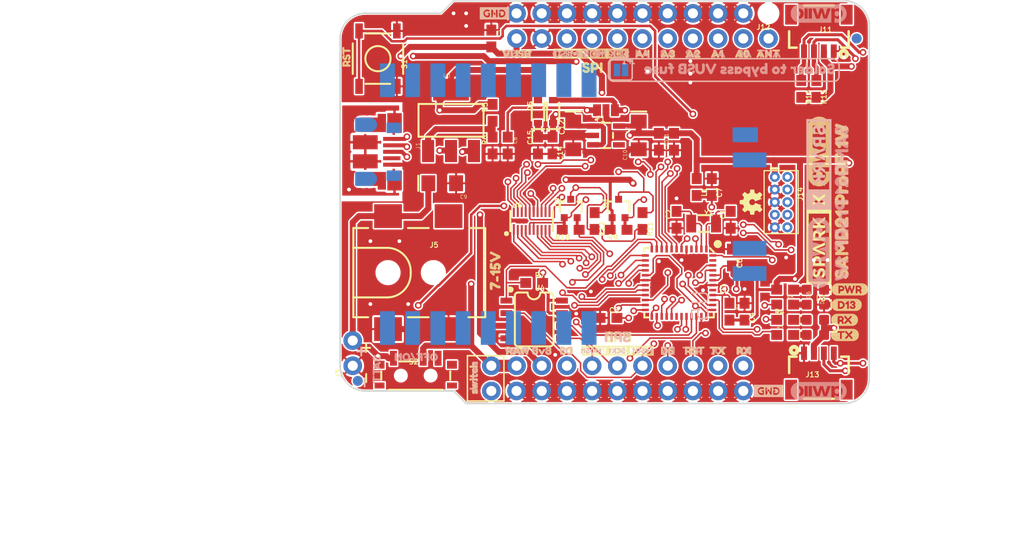
<source format=kicad_pcb>
(kicad_pcb (version 20211014) (generator pcbnew)
  (layers (0 "F.Cu" signal) (1 "In1.Cu" signal) (2 "In2.Cu" signal) (31 "B.Cu" signal) (34 "B.Paste" user) (35 "F.Paste" user) (36 "B.SilkS" user "B.Silkscreen") (37 "F.SilkS" user "F.Silkscreen") (38 "B.Mask" user) (39 "F.Mask" user) (44 "Edge.Cuts" user))
  (net 0 "")
  (net 1 "GND")
  (net 2 "MISO")
  (net 3 "D10")
  (net 4 "A0")
  (net 5 "A1")
  (net 6 "A2")
  (net 7 "A3")
  (net 8 "A4")
  (net 9 "VBATT")
  (net 10 "D11")
  (net 11 "D-")
  (net 12 "3.3V")
  (net 13 "D+")
  (net 14 "N$38")
  (net 15 "RAW")
  (net 16 "ANT")
  (net 17 "~{RST}")
  (net 18 "N$1")
  (net 19 "N$2")
  (net 20 "SDA")
  (net 21 "SCL")
  (net 22 "RXI")
  (net 23 "TXO")
  (net 24 "E19_INT")
  (net 25 "SHLD")
  (net 26 "N$6")
  (net 27 "N$7")
  (net 28 "VDDANA")
  (net 29 "TX_LED")
  (net 30 "RX_LED")
  (net 31 "D5")
  (net 32 "SWDIO")
  (net 33 "SWDCLK")
  (net 34 "D8_~{FLASH_CS}")
  (net 35 "MOSI")
  (net 36 "SCK")
  (net 37 "~{E19_CS}")
  (net 38 "D9")
  (net 39 "N$13")
  (net 40 "5V")
  (net 41 "E19_RXEN")
  (net 42 "E19_TXEN")
  (net 43 "SCK5V")
  (net 44 "MOSI5V")
  (net 45 "MISO5V")
  (net 46 "~{E19_CS5V}")
  (net 47 "E19_TXEN5V")
  (net 48 "E19_RXEN5V")
  (net 49 "DIO05V")
  (net 50 "DIO15V")
  (net 51 "DIO25V")
  (net 52 "N$12")
  (net 53 "N$14")
  (net 54 "~{E19_RST5V}")
  (net 55 "~{E19_RST}")
  (net 56 "D13")
  (net 57 "N$3")
  (net 58 "EEPROM_MOSI")
  (net 59 "EEPROM_SCLK")
  (net 60 "EEPROM_MISO")
  (net 61 "V_USB")
  (footprint "eagleBoard:0603" (layer "F.Cu") (at 137.1981 95.9866 90)
    (fp_text reference "R5")
    (fp_text value "240")
  )
  (footprint "eagleBoard:SCK5" (layer "F.Cu") (at 148.5011 119.9896)
    (fp_text reference "U$18" hide)
    (fp_text value "" hide)
  )
  (footprint "eagleBoard:ANT11" (layer "F.Cu") (at 163.1061 90.0176)
    (fp_text reference "U$11" hide)
    (fp_text value "" hide)
  )
  (footprint "eagleBoard:SO08" (layer "F.Cu") (at 141.3891 116.84 -90)
    (fp_text reference "U4")
    (fp_text value "4MB Flash")
  )
  (footprint "eagleBoard:SWITCH6" (layer "F.Cu") (at 135.2931 125.0696 90)
    (fp_text reference "U$27" hide)
    (fp_text value "" hide)
  )
  (footprint "eagleBoard:0603" (layer "F.Cu") (at 155.4861 98.9076 90)
    (fp_text reference "C13")
    (fp_text value "0.1uF")
  )
  (footprint "eagleBoard:1X02_NO_SILK" (layer "F.Cu") (at 123.1011 121.5136 90)
    (fp_text reference "J3")
    (fp_text value "PTH" hide)
  )
  (footprint "eagleBoard:0603" (layer "F.Cu") (at 149.8981 107.7976 180)
    (fp_text reference "R9")
    (fp_text value "10k")
  )
  (footprint "eagleBoard:1X02_NO_SILK" (layer "F.Cu") (at 139.6111 85.9536 -90)
    (fp_text reference "J4" hide)
    (fp_text value "")
  )
  (footprint "eagleBoard:SOD-323" (layer "F.Cu") (at 141.7701 95.8596 90)
    (fp_text reference "D5")
    (fp_text value "3A/10V/280mV" hide)
  )
  (footprint "eagleBoard:7#15V0" (layer "F.Cu") (at 137.4521 114.7826 90)
    (fp_text reference "U$25" hide)
    (fp_text value "" hide)
  )
  (footprint "eagleBoard:0603" (layer "F.Cu") (at 161.0741 116.0526 -90)
    (fp_text reference "R1")
    (fp_text value "10k")
  )
  (footprint "eagleBoard:0603" (layer "F.Cu") (at 137.0711 88.4936 -90)
    (fp_text reference "C3")
    (fp_text value "0.1uF")
  )
  (footprint "eagleBoard:0603" (layer "F.Cu") (at 166.6875 118.4021)
    (fp_text reference "R3")
    (fp_text value "1k")
  )
  (footprint "eagleBoard:CREATIVE_COMMONS" (layer "F.Cu") (at 107.8611 138.0236)
    (fp_text reference "FRAME1" hide)
    (fp_text value "FRAME-LEDGER" hide)
  )
  (footprint "eagleBoard:SPI11" (layer "F.Cu") (at 147.6121 118.5926)
    (fp_text reference "U$21" hide)
    (fp_text value "" hide)
  )
  (footprint "eagleBoard:A34" (layer "F.Cu") (at 153.4541 90.0176)
    (fp_text reference "U$4" hide)
    (fp_text value "" hide)
  )
  (footprint "eagleBoard:RST2" (layer "F.Cu") (at 122.4661 92.0496 90)
    (fp_text reference "U$28" hide)
    (fp_text value "" hide)
  )
  (footprint "eagleBoard:LED-0603" (layer "F.Cu") (at 169.7355 116.8781 180)
    (fp_text reference "D1")
    (fp_text value "Yellow")
  )
  (footprint "eagleBoard:SOT223" (layer "F.Cu") (at 133.0071 96.7486)
    (fp_text reference "U3")
    (fp_text value "ADJ5")
  )
  (footprint "eagleBoard:RX7" (layer "F.Cu") (at 171.2595 116.8781)
    (fp_text reference "U$72" hide)
    (fp_text value "" hide)
  )
  (footprint "eagleBoard:0603" (layer "F.Cu") (at 161.3281 110.5916 -90)
    (fp_text reference "C6")
    (fp_text value "0.1uF")
  )
  (footprint "eagleBoard:LED-0603" (layer "F.Cu") (at 169.7355 113.8301)
    (fp_text reference "D6")
    (fp_text value "RED")
  )
  (footprint "eagleBoard:SOT323" (layer "F.Cu") (at 145.0721 105.6386)
    (fp_text reference "Q2")
    (fp_text value "310mA/60V/1.6Ω" hide)
  )
  (footprint "eagleBoard:0603" (layer "F.Cu") (at 155.7401 106.7816 90)
    (fp_text reference "C2")
    (fp_text value "15pF")
  )
  (footprint "eagleBoard:RST2" (layer "F.Cu") (at 155.8671 119.9896)
    (fp_text reference "U$13" hide)
    (fp_text value "" hide)
  )
  (footprint "eagleBoard:0603" (layer "F.Cu") (at 147.4851 106.9086 -90)
    (fp_text reference "R12")
    (fp_text value "10k")
  )
  (footprint "eagleBoard:D514" (layer "F.Cu") (at 153.4541 119.9896)
    (fp_text reference "U$55" hide)
    (fp_text value "" hide)
  )
  (footprint "eagleBoard:0603" (layer "F.Cu") (at 137.1981 99.2886 90)
    (fp_text reference "R6")
    (fp_text value "750")
  )
  (footprint "eagleBoard:QWIIC_COPYRIGHT_MEDIUM" (layer "F.Cu") (at 170.0911 99.9236 90)
    (fp_text reference "U$51" hide)
    (fp_text value "" hide)
  )
  (footprint "eagleBoard:0603" (layer "F.Cu") (at 153.9621 98.9076 -90)
    (fp_text reference "C11")
    (fp_text value "1.0uF")
  )
  (footprint "eagleBoard:EIA3216" (layer "F.Cu") (at 132.1181 103.0986 180)
    (fp_text reference "C9")
    (fp_text value "10uF")
  )
  (footprint "eagleBoard:0603" (layer "F.Cu") (at 141.7701 99.2886 90)
    (fp_text reference "C15")
    (fp_text value "0.1uF")
  )
  (footprint "eagleBoard:A43" (layer "F.Cu") (at 150.9141 90.0176)
    (fp_text reference "U$3" hide)
    (fp_text value "" hide)
  )
  (footprint "eagleBoard:TX6" (layer "F.Cu") (at 171.2595 118.4021)
    (fp_text reference "U$70" hide)
    (fp_text value "" hide)
  )
  (footprint "eagleBoard:EIA3216" (layer "F.Cu") (at 145.3261 98.2726 90)
    (fp_text reference "C12")
    (fp_text value "10uF")
  )
  (footprint "eagleBoard:SPI2" (layer "F.Cu") (at 145.3261 91.4146)
    (fp_text reference "U$8" hide)
    (fp_text value "" hide)
  )
  (footprint "eagleBoard:0603" (layer "F.Cu") (at 166.6875 115.3414 180)
    (fp_text reference "R4")
    (fp_text value "1k")
  )
  (footprint "eagleBoard:MISO4" (layer "F.Cu") (at 143.0401 90.0176)
    (fp_text reference "U$10" hide)
    (fp_text value "" hide)
  )
  (footprint "eagleBoard:0603" (layer "F.Cu") (at 152.3111 106.9086 -90)
    (fp_text reference "R11")
    (fp_text value "10k")
  )
  (footprint "eagleBoard:1X01_NO_SILK" (layer "F.Cu") (at 165.0111 88.4936)
    (fp_text reference "J12")
    (fp_text value "")
  )
  (footprint "eagleBoard:SAMD21_PRORF_1W5" (layer "F.Cu") (at 172.3771 113.8936 90)
    (fp_text reference "U$81" hide)
    (fp_text value "" hide)
  )
  (footprint "eagleBoard:RAW21" (layer "F.Cu") (at 137.8331 119.9896)
    (fp_text reference "U$24" hide)
    (fp_text value "" hide)
  )
  (footprint "eagleBoard:0603" (layer "F.Cu") (at 159.2961 103.4796 -90)
    (fp_text reference "C7")
    (fp_text value "0.1uF")
  )
  (footprint "eagleBoard:0603" (layer "F.Cu") (at 157.7721 103.4796 -90)
    (fp_text reference "L1")
    (fp_text value "")
  )
  (footprint "eagleBoard:SOT23-5" (layer "F.Cu") (at 148.6281 98.2726 -90)
    (fp_text reference "U2")
    (fp_text value "3.3V")
  )
  (footprint "eagleBoard:1X02_NO_SILK" (layer "F.Cu") (at 137.0711 121.5136 -90)
    (fp_text reference "J8" hide)
    (fp_text value "External On/Off" hide)
  )
  (footprint "eagleBoard:VUSB7" (layer "F.Cu") (at 137.4521 90.0176)
    (fp_text reference "U$1" hide)
    (fp_text value "" hide)
  )
  (footprint "eagleBoard:0805" (layer "F.Cu") (at 148.6281 95.7326 180)
    (fp_text reference "F1")
    (fp_text value "6V 0.5A")
  )
  (footprint "" (layer "F.Cu") (at 165.0111 85.9536)
    (fp_text reference "@HOLE0" hide)
    (fp_text value "")
  )
  (footprint "eagleBoard:QFN-48_NO_EXPOSED_PAD" (layer "F.Cu") (at 155.9941 113.1316 -90)
    (fp_text reference "U1")
    (fp_text value "ATSAMD21G")
  )
  (footprint "eagleBoard:D130" (layer "F.Cu") (at 171.2849 115.3668)
    (fp_text reference "U$59" hide)
    (fp_text value "" hide)
  )
  (footprint "eagleBoard:TACTILE_SWITCH_SMD_5.2MM" (layer "F.Cu") (at 125.6411 90.5256 -90)
    (fp_text reference "S1")
    (fp_text value "MOMENTARY-SWITCH-SPST-SMD-5.2-REDUNDANT" hide)
  )
  (footprint "eagleBoard:MOSI3" (layer "F.Cu") (at 145.8341 119.9896)
    (fp_text reference "U$20" hide)
    (fp_text value "" hide)
  )
  (footprint "eagleBoard:SOD-323" (layer "F.Cu") (at 143.2941 95.8596 90)
    (fp_text reference "D4")
    (fp_text value "3A/10V/280mV" hide)
  )
  (footprint "eagleBoard:1X10_NO_SILK" (layer "F.Cu") (at 139.6111 121.5136)
    (fp_text reference "J6" hide)
    (fp_text value "")
  )
  (footprint "eagleBoard:SWITCH_SPST_SMD_A" (layer "F.Cu") (at 129.4511 122.5042 180)
    (fp_text reference "S2")
    (fp_text value "Power" hide)
  )
  (footprint "eagleBoard:0603" (layer "F.Cu") (at 169.8371 93.5736 -90)
    (fp_text reference "R13")
    (fp_text value "2.2k")
  )
  (footprint "eagleBoard:0603" (layer "F.Cu") (at 168.3131 93.5736 -90)
    (fp_text reference "R14")
    (fp_text value "2.2k")
  )
  (footprint "eagleBoard:FIDUCIAL-1X2" (layer "F.Cu") (at 123.6091 123.0376)
    (fp_text reference "FD2" hide)
    (fp_text value "FIDUCIAL1X2" hide)
  )
  (footprint "eagleBoard:1X09_NO_SILK" (layer "F.Cu") (at 142.1511 88.4936)
    (fp_text reference "J7" hide)
    (fp_text value "")
  )
  (footprint "eagleBoard:0603" (layer "F.Cu") (at 161.2011 106.7816 90)
    (fp_text reference "C1")
    (fp_text value "15pF")
  )
  (footprint "eagleBoard:EIA3216" (layer "F.Cu") (at 151.9301 98.2726 90)
    (fp_text reference "C10")
    (fp_text value "10uF")
  )
  (footprint "eagleBoard:CRYSTAL-SMD-3.2X1.5MM" (layer "F.Cu") (at 158.4706 107.1626)
    (fp_text reference "Y1")
    (fp_text value "32.768kHz")
  )
  (footprint "eagleBoard:MISO4" (layer "F.Cu") (at 150.4061 119.9896)
    (fp_text reference "U$2" hide)
    (fp_text value "" hide)
  )
  (footprint "eagleBoard:1X04_1MM_RA" (layer "F.Cu") (at 170.0911 89.7636 180)
    (fp_text reference "J11")
    (fp_text value "")
  )
  (footprint "eagleBoard:0603" (layer "F.Cu") (at 162.5981 116.0526 -90)
    (fp_text reference "C4")
    (fp_text value "0.1uF")
  )
  (footprint "eagleBoard:1X04_1MM_RA" (layer "F.Cu") (at 170.0911 120.2436)
    (fp_text reference "J13")
    (fp_text value "")
  )
  (footprint "eagleBoard:POWER_JACK_SMD" (layer "F.Cu") (at 126.6571 112.1156)
    (fp_text reference "J5")
    (fp_text value "5.5x2.1mm Barrel")
  )
  (footprint "eagleBoard:LED-0603" (layer "F.Cu") (at 169.7355 115.3414)
    (fp_text reference "D3")
    (fp_text value "BLUE")
  )
  (footprint "eagleBoard:SOT323" (layer "F.Cu") (at 149.8981 105.6386)
    (fp_text reference "Q1")
    (fp_text value "310mA/60V/1.6Ω" hide)
  )
  (footprint "eagleBoard:GND0" (layer "F.Cu") (at 163.2331 124.0536)
    (fp_text reference "U$17" hide)
    (fp_text value "" hide)
  )
  (footprint "eagleBoard:2X5-PTH-1.27MM" (layer "F.Cu") (at 166.2811 105.0036 -90)
    (fp_text reference "J14")
    (fp_text value "CORTEX_DEBUG_PTH")
  )
  (footprint "eagleBoard:SCK5" (layer "F.Cu") (at 148.3741 90.0176)
    (fp_text reference "U$39" hide)
    (fp_text value "" hide)
  )
  (footprint "eagleBoard:LED-0603" (layer "F.Cu") (at 169.7355 118.4021 180)
    (fp_text reference "D2" hide)
    (fp_text value "Green")
  )
  (footprint "eagleBoard:A25" (layer "F.Cu") (at 155.9941 90.0176)
    (fp_text reference "U$5" hide)
    (fp_text value "" hide)
  )
  (footprint "eagleBoard:A07" (layer "F.Cu") (at 160.9471 90.0176)
    (fp_text reference "U$7" hide)
    (fp_text value "" hide)
  )
  (footprint "eagleBoard:UFDFN-20" (layer "F.Cu") (at 141.1351 106.9086)
    (fp_text reference "U6")
    (fp_text value "TXB0108DQSR")
  )
  (footprint "eagleBoard:PWR-()-03" (layer "F.Cu") (at 171.3357 113.8047)
    (fp_text reference "U$63" hide)
    (fp_text value "" hide)
  )
  (footprint "eagleBoard:1X10_NO_SILK" (layer "F.Cu") (at 139.6111 124.0536)
    (fp_text reference "J10" hide)
    (fp_text value "")
  )
  (footprint "eagleBoard:RX2" (layer "F.Cu") (at 161.0741 119.9896)
    (fp_text reference "U$73" hide)
    (fp_text value "" hide)
  )
  (footprint "eagleBoard:1X09_NO_SILK" (layer "F.Cu") (at 142.1511 85.9536)
    (fp_text reference "J9" hide)
    (fp_text value "")
  )
  (footprint "eagleBoard:FIDUCIAL-1X2" (layer "F.Cu") (at 173.9011 88.4936)
    (fp_text reference "FD4" hide)
    (fp_text value "FIDUCIAL1X2" hide)
  )
  (footprint "eagleBoard:OSHW-LOGO-MINI" (layer "F.Cu") (at 163.3601 105.0036 90)
    (fp_text reference "U$61" hide)
    (fp_text value "" hide)
  )
  (footprint "eagleBoard:GND0" (layer "F.Cu") (at 135.5471 85.9536)
    (fp_text reference "U$12" hide)
    (fp_text value "" hide)
  )
  (footprint "eagleBoard:SPARKX-MEDIUM" (layer "F.Cu") (at 170.0911 108.6866 90)
    (fp_text reference "U$34" hide)
    (fp_text value "SPARKX-LOGO4" hide)
  )
  (footprint "eagleBoard:0603" (layer "F.Cu") (at 138.7221 99.2886 -90)
    (fp_text reference "C8")
    (fp_text value "4.7uF")
  )
  (footprint "eagleBoard:A16" (layer "F.Cu") (at 158.5341 90.0176)
    (fp_text reference "U$6" hide)
    (fp_text value "" hide)
  )
  (footprint "eagleBoard:0603" (layer "F.Cu") (at 141.3891 113.157)
    (fp_text reference "R7")
    (fp_text value "10k")
  )
  (footprint "eagleBoard:0603" (layer "F.Cu") (at 166.6875 113.8301 180)
    (fp_text reference "R8")
    (fp_text value "1k")
  )
  (footprint "eagleBoard:3V320" (layer "F.Cu") (at 140.5001 119.9896)
    (fp_text reference "U$23" hide)
    (fp_text value "" hide)
  )
  (footprint "eagleBoard:D90" (layer "F.Cu") (at 143.2941 119.9896)
    (fp_text reference "U$15" hide)
    (fp_text value "" hide)
  )
  (footprint "eagleBoard:TX3" (layer "F.Cu") (at 158.4071 119.9896)
    (fp_text reference "U$69" hide)
    (fp_text value "" hide)
  )
  (footprint "eagleBoard:0603" (layer "F.Cu") (at 166.6875 116.8781)
    (fp_text reference "R2")
    (fp_text value "1k")
  )
  (footprint "eagleBoard:0603" (layer "F.Cu") (at 143.2433 99.2886 -90)
    (fp_text reference "C14")
    (fp_text value "1.0uF")
  )
  (footprint "eagleBoard:0603" (layer "F.Cu") (at 148.8821 116.6876)
    (fp_text reference "C5")
    (fp_text value "0.1uF")
  )
  (footprint "eagleBoard:USB-MICROB-PTH-MILL" (layer "F.Cu") (at 127.0381 99.9236 -90)
    (fp_text reference "J1")
    (fp_text value "")
  )
  (footprint "eagleBoard:MOSI3" (layer "F.Cu") (at 145.7071 90.0176)
    (fp_text reference "U$9" hide)
    (fp_text value "" hide)
  )
  (footprint "eagleBoard:0603" (layer "F.Cu") (at 145.0721 107.7976 180)
    (fp_text reference "R10")
    (fp_text value "10k")
  )
  (footprint "eagleBoard:QWIIC_COPYRIGHT_SMALL" (layer "B.Cu") (at 170.0911 85.9536 180)
    (fp_text reference "U$67" hide)
    (fp_text value "" hide)
  )
  (footprint "eagleBoard:A25" (layer "B.Cu") (at 158.7881 90.0176 180)
    (fp_text reference "U$44" hide)
    (fp_text value "" hide)
  )
  (footprint "eagleBoard:MISO8" (layer "B.Cu") (at 146.5961 90.0176 180)
    (fp_text reference "U$47" hide)
    (fp_text value "" hide)
  )
  (footprint "eagleBoard:FIDUCIAL-1X2" (layer "B.Cu") (at 123.6091 123.0376 180)
    (fp_text reference "FD3" hide)
    (fp_text value "FIDUCIAL1X2" hide)
  )
  (footprint "eagleBoard:GND0" (layer "B.Cu") (at 166.7891 124.0536 180)
    (fp_text reference "U$62" hide)
    (fp_text value "" hide)
  )
  (footprint "eagleBoard:SAMD21_PRORF_1W5" (layer "B.Cu") (at 172.3771 96.1136 -90)
    (fp_text reference "U$26" hide)
    (fp_text value "" hide)
  )
  (footprint "eagleBoard:MOSI9" (layer "B.Cu") (at 149.3901 90.0176 180)
    (fp_text reference "U$48" hide)
    (fp_text value "" hide)
  )
  (footprint "eagleBoard:SCK10" (layer "B.Cu") (at 151.6761 90.0176 180)
    (fp_text reference "U$49" hide)
    (fp_text value "" hide)
  )
  (footprint "eagleBoard:A07" (layer "B.Cu") (at 163.9951 90.0176 180)
    (fp_text reference "U$46" hide)
    (fp_text value "" hide)
  )
  (footprint "eagleBoard:SWITCH6" (layer "B.Cu") (at 135.2931 120.3706 -90)
    (fp_text reference "U$37" hide)
    (fp_text value "" hide)
  )
  (footprint "eagleBoard:ANT11" (layer "B.Cu") (at 166.9161 90.0176 180)
    (fp_text reference "U$50" hide)
    (fp_text value "" hide)
  )
  (footprint "eagleBoard:VUSB7" (layer "B.Cu") (at 141.8971 90.0176 180)
    (fp_text reference "U$14" hide)
    (fp_text value "" hide)
  )
  (footprint "eagleBoard:SPI11" (layer "B.Cu") (at 152.0571 118.5926 180)
    (fp_text reference "U$65" hide)
    (fp_text value "" hide)
  )
  (footprint "eagleBoard:D90" (layer "B.Cu") (at 145.9611 119.9896 180)
    (fp_text reference "U$16" hide)
    (fp_text value "" hide)
  )
  (footprint "eagleBoard:A43" (layer "B.Cu") (at 153.7081 90.0176 180)
    (fp_text reference "U$42" hide)
    (fp_text value "" hide)
  )
  (footprint "eagleBoard:E19-915MS1W" (layer "B.Cu") (at 123.1011 117.7036 90)
    (fp_text reference "U5")
    (fp_text value "")
  )
  (footprint "eagleBoard:BATT25" (layer "B.Cu") (at 125.5141 119.7356 -90)
    (fp_text reference "U$32" hide)
    (fp_text value "" hide)
  )
  (footprint "eagleBoard:GND0" (layer "B.Cu") (at 139.2301 85.9536 180)
    (fp_text reference "U$38" hide)
    (fp_text value "" hide)
  )
  (footprint "eagleBoard:SCK18" (layer "B.Cu") (at 151.0411 119.9896 180)
    (fp_text reference "U$60" hide)
    (fp_text value "" hide)
  )
  (footprint "eagleBoard:FIDUCIAL-1X2" (layer "B.Cu") (at 173.9011 88.4936 180)
    (fp_text reference "FD1" hide)
    (fp_text value "FIDUCIAL1X2" hide)
  )
  (footprint "eagleBoard:RST2" (layer "B.Cu") (at 159.0421 119.9896 180)
    (fp_text reference "U$41" hide)
    (fp_text value "" hide)
  )
  (footprint "eagleBoard:QWIIC_COPYRIGHT_MEDIUM" (layer "B.Cu") (at 170.0911 110.0836 -90)
    (fp_text reference "U$30" hide)
    (fp_text value "" hide)
  )
  (footprint "eagleBoard:RAW21" (layer "B.Cu") (at 141.5161 119.9896 180)
    (fp_text reference "U$52" hide)
    (fp_text value "" hide)
  )
  (footprint "eagleBoard:TX3" (layer "B.Cu") (at 161.4551 119.9896 180)
    (fp_text reference "U$57" hide)
    (fp_text value "" hide)
  )
  (footprint "eagleBoard:RX2" (layer "B.Cu") (at 163.9951 119.9896 180)
    (fp_text reference "U$19" hide)
    (fp_text value "" hide)
  )
  (footprint "eagleBoard:QWIIC_COPYRIGHT_SMALL" (layer "B.Cu") (at 170.0911 124.0536 180)
    (fp_text reference "U$64" hide)
    (fp_text value "" hide)
  )
  (footprint "eagleBoard:A34" (layer "B.Cu") (at 156.2481 90.0176 180)
    (fp_text reference "U$43" hide)
    (fp_text value "" hide)
  )
  (footprint "eagleBoard:SPARKX-MEDIUM" (layer "B.Cu") (at 170.0911 101.1936 -90)
    (fp_text reference "U$58" hide)
    (fp_text value "" hide)
  )
  (footprint "eagleBoard:SOLDER_TO_BYPASS_VUSB_FUSE1" (layer "B.Cu") (at 172.6311 91.5416 180)
    (fp_text reference "U$35" hide)
    (fp_text value "" hide)
  )
  (footprint "eagleBoard:OFF#ON1" (layer "B.Cu") (at 132.3721 120.6246 180)
    (fp_text reference "U$36" hide)
    (fp_text value "" hide)
  )
  (footprint "eagleBoard:D50" (layer "B.Cu") (at 156.2481 119.9896 180)
    (fp_text reference "U$33" hide)
    (fp_text value "" hide)
  )
  (footprint "eagleBoard:MISO17" (layer "B.Cu") (at 153.8351 119.9896 180)
    (fp_text reference "U$22" hide)
    (fp_text value "" hide)
  )
  (footprint "eagleBoard:A16" (layer "B.Cu") (at 161.3281 90.0176 180)
    (fp_text reference "U$45" hide)
    (fp_text value "" hide)
  )
  (footprint "eagleBoard:SMT-JUMPER_2_NO_SILK" (layer "B.Cu") (at 150.1521 91.6686 180)
    (fp_text reference "JP1")
    (fp_text value "FuseBypass")
  )
  (footprint "eagleBoard:MOSI16" (layer "B.Cu") (at 148.6281 119.9896 180)
    (fp_text reference "U$31" hide)
    (fp_text value "" hide)
  )
  (footprint "eagleBoard:3V320" (layer "B.Cu") (at 143.8021 119.9896 180)
    (fp_text reference "U$53" hide)
    (fp_text value "" hide)
  )
  (gr_line (start 149.3901 92.8116) (end 171.6151 92.8116) (layer "B.SilkS") (width 0.1524))
  (gr_line (start 172.1231 92.3036) (end 172.1231 91.1606) (layer "B.SilkS") (width 0.1524))
  (gr_arc (start 172.1231 92.3036) (mid 171.97431 92.66281) (end 171.6151 92.8116) (layer "B.SilkS") (width 0.1524))
  (gr_arc (start 148.8821 91.0336) (mid 149.03089 90.67439) (end 149.3901 90.5256) (layer "B.SilkS") (width 0.1524))
  (gr_line (start 149.3901 90.5256) (end 171.3611 90.5256) (layer "B.SilkS") (width 0.1524))
  (gr_line (start 148.8821 91.0336) (end 148.8821 92.3036) (layer "B.SilkS") (width 0.1524))
  (gr_arc (start 171.3611 90.5256) (mid 171.873613 90.685285) (end 172.1231 91.1606) (layer "B.SilkS") (width 0.1524))
  (gr_arc (start 149.3901 92.8116) (mid 149.03089 92.66281) (end 148.8821 92.3036) (layer "B.SilkS") (width 0.1524))
  (gr_line (start 134.6581 120.4976) (end 138.3411 120.4976) (layer "F.SilkS") (width 0.1524))
  (gr_line (start 138.3411 125.0696) (end 134.6581 125.0696) (layer "F.SilkS") (width 0.1524))
  (gr_line (start 138.3411 120.4976) (end 138.3411 125.0696) (layer "F.SilkS") (width 0.1524))
  (gr_line (start 134.6581 125.0696) (end 134.6581 120.4976) (layer "F.SilkS") (width 0.1524))
  (gr_line (start 133.2611 124.0536) (end 134.5311 125.3236) (layer "Edge.Cuts") (width 0.1524))
  (gr_arc (start 124.3711 124.0536) (mid 122.575049 123.309651) (end 121.8311 121.5136) (layer "Edge.Cuts") (width 0.1524))
  (gr_line (start 121.8311 88.4936) (end 121.8311 121.5136) (layer "Edge.Cuts") (width 0.1524))
  (gr_line (start 124.3711 124.0536) (end 133.2611 124.0536) (layer "Edge.Cuts") (width 0.1524))
  (gr_line (start 131.9911 85.9536) (end 124.3711 85.9536) (layer "Edge.Cuts") (width 0.1524))
  (gr_line (start 175.1711 122.7836) (end 175.1711 87.2236) (layer "Edge.Cuts") (width 0.1524))
  (gr_line (start 172.6311 84.6836) (end 133.2611 84.6836) (layer "Edge.Cuts") (width 0.1524))
  (gr_line (start 133.2611 84.6836) (end 131.9911 85.9536) (layer "Edge.Cuts") (width 0.1524))
  (gr_line (start 134.5311 125.3236) (end 172.6311 125.3236) (layer "Edge.Cuts") (width 0.1524))
  (gr_arc (start 175.1711 122.7836) (mid 174.427151 124.579651) (end 172.6311 125.3236) (layer "Edge.Cuts") (width 0.1524))
  (gr_arc (start 121.8311 88.4936) (mid 122.575049 86.697549) (end 124.3711 85.9536) (layer "Edge.Cuts") (width 0.1524))
  (gr_arc (start 172.6311 84.6836) (mid 174.427151 85.427549) (end 175.1711 87.2236) (layer "Edge.Cuts") (width 0.1524))
  (gr_text "+" (at 124.7521 120.6246) (layer "B.SilkS") (effects (font (size 1.0795 1.0795) (thickness 0.1905)) (justify left bottom mirror)))
  (gr_text "-" (at 125.0061 122.4026 -90) (layer "B.SilkS") (effects (font (size 1.0795 1.0795) (thickness 0.1905)) (justify right top mirror)))
  (gr_text "+" (at 125.0061 120.4976 90) (layer "F.SilkS") (effects (font (size 1.0795 1.0795) (thickness 0.1905)) (justify left bottom)))
  (gr_text "-" (at 125.0061 123.5456 90) (layer "F.SilkS") (effects (font (size 1.0795 1.0795) (thickness 0.1905)) (justify left bottom)))
  (segment (start 144.6911 124.0536) (end 147.2311 124.0536) (width 1.2192) (layer "F.Cu") (net 1))
  (segment (start 172.1231 115.0366) (end 172.1231 114.1476) (width 0.6096) (layer "F.Cu") (net 1))
  (segment (start 143.9681 100.1386) (end 144.1831 99.9236) (width 0.6096) (layer "F.Cu") (net 1))
  (segment (start 162.4711 85.9536) (end 159.9311 85.9536) (width 1.2192) (layer "F.Cu") (net 1))
  (segment (start 157.3911 85.9536) (end 154.8511 85.9536) (width 1.2192) (layer "F.Cu") (net 1))
  (segment (start 154.8511 85.9536) (end 152.3111 85.9536) (width 1.2192) (layer "F.Cu") (net 1))
  (segment (start 149.7711 85.9536) (end 147.2311 85.9536) (width 1.2192) (layer "F.Cu") (net 1))
  (segment (start 151.9301 99.6726) (end 150.999781 99.6726) (width 0.6096) (layer "F.Cu") (net 1))
  (segment (start 171.8183 115.3414) (end 172.1231 115.0366) (width 0.6096) (layer "F.Cu") (net 1))
  (segment (start 163.9951 120.8786) (end 164.6301 120.2436) (width 0.254) (layer "F.Cu") (net 1))
  (segment (start 154.8511 124.0536) (end 157.3911 124.0536) (width 1.2192) (layer "F.Cu") (net 1))
  (segment (start 164.6301 120.2436) (end 168.5911 120.2436) (width 0.254) (layer "F.Cu") (net 1))
  (segment (start 143.508396 120.410304) (end 143.158165 120.760535) (width 0.3048) (layer "F.Cu") (net 1))
  (segment (start 149.7711 124.0536) (end 152.3111 124.0536) (width 1.2192) (layer "F.Cu") (net 1))
  (segment (start 159.9311 124.0536) (end 162.4711 124.0536) (width 1.2192) (layer "F.Cu") (net 1))
  (segment (start 142.840665 120.443035) (end 143.158165 120.760535) (width 0.3048) (layer "F.Cu") (net 1))
  (segment (start 159.9311 85.9536) (end 157.3911 85.9536) (width 1.2192) (layer "F.Cu") (net 1))
  (segment (start 146.9771 116.6876) (end 146.5453 116.2558) (width 0.1524) (layer "F.Cu") (net 1))
  (segment (start 143.2433 100.1386) (end 143.9681 100.1386) (width 0.6096) (layer "F.Cu") (net 1))
  (segment (start 132.3721 103.0986) (end 132.1181 102.8446) (width 0.4064) (layer "F.Cu") (net 1))
  (segment (start 142.1511 124.0536) (end 144.6911 124.0536) (width 1.2192) (layer "F.Cu") (net 1))
  (segment (start 132.7571 117.8156) (end 126.6571 117.8156) (width 0.6096) (layer "F.Cu") (net 1))
  (segment (start 172.1231 114.1476) (end 172.1231 111.9886) (width 0.6096) (layer "F.Cu") (net 1))
  (segment (start 143.3957 122.7582) (end 144.6911 124.0536) (width 0.3048) (layer "F.Cu") (net 1))
  (segment (start 157.3911 124.0536) (end 159.9311 124.0536) (width 1.2192) (layer "F.Cu") (net 1))
  (segment (start 132.1181 101.9556) (end 131.7371 101.5746) (width 0.4064) (layer "F.Cu") (net 1))
  (segment (start 147.328 98.2726) (end 145.7071 98.2726) (width 0.508) (layer "F.Cu") (net 1))
  (segment (start 132.1181 102.8446) (end 132.1181 101.9556) (width 0.4064) (layer "F.Cu") (net 1))
  (segment (start 172.1231 111.9886) (end 170.9801 110.8456) (width 0.6096) (layer "F.Cu") (net 1))
  (segment (start 152.3111 85.9536) (end 149.7711 85.9536) (width 1.2192) (layer "F.Cu") (net 1))
  (segment (start 127.0381 101.2236) (end 129.5064 101.2236) (width 0.4064) (layer "F.Cu") (net 1))
  (segment (start 146.5453 116.2558) (end 145.6264 116.2558) (width 0.1524) (layer "F.Cu") (net 1))
  (segment (start 139.6111 124.0536) (end 142.1511 124.0536) (width 1.2192) (layer "F.Cu") (net 1))
  (segment (start 144.6911 85.9536) (end 142.1511 85.9536) (width 1.2192) (layer "F.Cu") (net 1))
  (segment (start 150.999781 99.6726) (end 150.717581 99.9548) (width 0.6096) (layer "F.Cu") (net 1))
  (segment (start 143.158165 120.760535) (end 143.3957 120.998069) (width 0.3048) (layer "F.Cu") (net 1))
  (segment (start 147.2311 85.9536) (end 144.6911 85.9536) (width 1.2192) (layer "F.Cu") (net 1))
  (segment (start 131.7371 101.5746) (end 129.8574 101.5746) (width 0.4064) (layer "F.Cu") (net 1))
  (segment (start 147.2311 124.0536) (end 149.7711 124.0536) (width 1.2192) (layer "F.Cu") (net 1))
  (segment (start 148.0321 116.6876) (end 146.9771 116.6876) (width 0.1524) (layer "F.Cu") (net 1))
  (segment (start 150.717581 99.9548) (end 146.538618 99.9548) (width 0.6096) (layer "F.Cu") (net 1))
  (segment (start 170.6125 115.3414) (end 171.8183 115.3414) (width 0.6096) (layer "F.Cu") (net 1))
  (segment (start 152.3111 124.0536) (end 154.8511 124.0536) (width 1.2192) (layer "F.Cu") (net 1))
  (segment (start 139.6111 85.9536) (end 134.5311 85.9536) (width 1.2192) (layer "F.Cu") (net 1))
  (segment (start 143.3957 120.998069) (end 143.3957 122.7582) (width 0.3048) (layer "F.Cu") (net 1))
  (segment (start 129.5064 101.2236) (end 129.8574 101.5746) (width 0.4064) (layer "F.Cu") (net 1))
  (via blind (at 170.9801 110.8456) (size 0.6858) (drill 0.381) (layers "F.Cu" "In1.Cu") (net 1))
  (via blind (at 172.6311 90.3986) (size 0.6858) (drill 0.381) (layers "F.Cu" "In1.Cu") (net 1))
  (via blind (at 124.8791 108.9406) (size 0.6858) (drill 0.381) (layers "F.Cu" "In1.Cu") (net 1))
  (via blind (at 157.1371 90.7796) (size 0.6858) (drill 0.381) (layers "F.Cu" "In1.Cu") (net 1))
  (via blind (at 156.2481 110.8456) (size 0.6858) (drill 0.381) (layers "F.Cu" "In1.Cu") (net 1))
  (via blind (at 152.8191 91.7956) (size 0.6858) (drill 0.381) (layers "F.Cu" "In1.Cu") (net 1))
  (via blind (at 147.1041 114.0206) (size 0.6858) (drill 0.381) (layers "F.Cu" "In1.Cu") (net 1))
  (via blind (at 157.1371 92.9386) (size 0.6858) (drill 0.381) (layers "F.Cu" "In1.Cu") (net 1))
  (via blind (at 162.5981 113.7666) (size 0.6858) (drill 0.381) (layers "F.Cu" "In1.Cu") (net 1))
  (via blind (at 127.8001 108.9406) (size 0.6858) (drill 0.381) (layers "F.Cu" "In1.Cu") (net 1))
  (via blind (at 155.7401 104.6226) (size 0.6858) (drill 0.381) (layers "F.Cu" "In1.Cu") (net 1))
  (via blind (at 145.6264 116.2558) (size 0.6858) (drill 0.381) (layers "F.Cu" "In1.Cu") (net 1))
  (via blind (at 169.5831 110.8456) (size 0.6858) (drill 0.381) (layers "F.Cu" "In1.Cu") (net 1))
  (via blind (at 158.4071 113.8936) (size 0.6858) (drill 0.381) (layers "F.Cu" "In1.Cu") (net 1))
  (via blind (at 166.7891 110.5916) (size 0.6858) (drill 0.381) (layers "F.Cu" "In1.Cu") (net 1))
  (via blind (at 128.6891 115.2906) (size 0.6858) (drill 0.381) (layers "F.Cu" "In1.Cu") (net 1))
  (via blind (at 134.5311 87.2236) (size 0.6858) (drill 0.381) (layers "F.Cu" "In1.Cu") (net 1))
  (via blind (at 134.5311 85.9536) (size 0.6858) (drill 0.381) (layers "F.Cu" "In1.Cu") (net 1))
  (via blind (at 157.1371 92.0496) (size 0.6858) (drill 0.381) (layers "F.Cu" "In1.Cu") (net 1))
  (via blind (at 143.508396 120.410304) (size 0.6858) (drill 0.381) (layers "F.Cu" "In1.Cu") (net 1))
  (via blind (at 124.8791 115.2906) (size 0.6858) (drill 0.381) (layers "F.Cu" "In1.Cu") (net 1))
  (via blind (at 153.9621 110.9726) (size 0.6858) (drill 0.381) (layers "F.Cu" "In1.Cu") (net 1))
  (via blind (at 133.2611 85.9536) (size 0.6858) (drill 0.381) (layers "F.Cu" "In1.Cu") (net 1))
  (segment (start 147.8461 115.4176) (end 145.4531 115.4176) (width 0.1524) (layer "F.Cu") (net 2))
  (segment (start 141.8687 110.6932) (end 139.7351 108.5596) (width 0.1524) (layer "F.Cu") (net 2))
  (segment (start 144.8181 110.6932) (end 141.8687 110.6932) (width 0.1524) (layer "F.Cu") (net 2))
  (segment (start 152.5941 114.3816) (end 148.8821 114.3816) (width 0.1524) (layer "F.Cu") (net 2))
  (segment (start 139.7351 107.8086) (end 139.7351 108.5596) (width 0.1524) (layer "F.Cu") (net 2))
  (segment (start 148.8821 114.3816) (end 147.8461 115.4176) (width 0.1524) (layer "F.Cu") (net 2))
  (segment (start 145.0848 110.9599) (end 144.8181 110.6932) (width 0.1524) (layer "F.Cu") (net 2))
  (via blind (at 145.4531 115.4176) (size 0.6858) (drill 0.381) (layers "F.Cu" "In1.Cu") (net 2))
  (via blind (at 145.0848 110.9599) (size 0.6858) (drill 0.381) (layers "F.Cu" "In1.Cu") (net 2))
  (segment (start 142.5351 108.485657) (end 143.218643 109.1692) (width 0.1524) (layer "F.Cu") (net 3))
  (segment (start 143.218643 109.1692) (end 147.090381 109.1692) (width 0.1524) (layer "F.Cu") (net 3))
  (segment (start 154.2441 115.452657) (end 154.525062 115.171694) (width 0.1524) (layer "F.Cu") (net 3))
  (segment (start 148.0778 110.924982) (end 146.704812 112.297969) (width 0.1524) (layer "F.Cu") (net 3))
  (segment (start 146.704812 112.297969) (end 146.548581 112.297969) (width 0.1524) (layer "F.Cu") (net 3))
  (segment (start 147.090381 109.1692) (end 148.0778 110.156619) (width 0.1524) (layer "F.Cu") (net 3))
  (segment (start 148.0778 110.156619) (end 148.0778 110.924982) (width 0.1524) (layer "F.Cu") (net 3))
  (segment (start 154.525062 115.171694) (end 154.525062 114.785738) (width 0.1524) (layer "F.Cu") (net 3))
  (segment (start 154.2441 116.5316) (end 154.2441 115.452657) (width 0.1524) (layer "F.Cu") (net 3))
  (segment (start 142.5351 107.8086) (end 142.5351 108.485657) (width 0.1524) (layer "F.Cu") (net 3))
  (via blind (at 154.525062 114.785738) (size 0.6858) (drill 0.381) (layers "F.Cu" "In1.Cu") (net 3))
  (via blind (at 146.548581 112.297969) (size 0.6858) (drill 0.381) (layers "F.Cu" "In1.Cu") (net 3))
  (segment (start 157.7441 108.7856) (end 157.7441 109.7316) (width 0.1524) (layer "F.Cu") (net 4))
  (segment (start 157.6451 108.6866) (end 157.7441 108.7856) (width 0.1524) (layer "F.Cu") (net 4))
  (via blind (at 157.6451 108.6866) (size 0.6858) (drill 0.381) (layers "F.Cu" "In1.Cu") (net 4))
  (segment (start 155.7441 109.1986) (end 155.7441 109.7316) (width 0.1524) (layer "F.Cu") (net 5))
  (segment (start 155.79835 102.246525) (end 155.79835 101.6088) (width 0.1524) (layer "F.Cu") (net 5))
  (segment (start 155.7441 109.1986) (end 154.5891 108.0436) (width 0.1524) (layer "F.Cu") (net 5))
  (segment (start 154.5891 103.455775) (end 155.79835 102.246525) (width 0.1524) (layer "F.Cu") (net 5))
  (segment (start 154.5891 108.0436) (end 154.5891 103.455775) (width 0.1524) (layer "F.Cu") (net 5))
  (via blind (at 155.79835 101.6088) (size 0.6858) (drill 0.381) (layers "F.Cu" "In1.Cu") (net 5))
  (segment (start 155.2441 109.7316) (end 155.2441 109.129657) (width 0.1524) (layer "F.Cu") (net 6))
  (segment (start 154.2843 108.169857) (end 154.2843 102.95235) (width 0.1524) (layer "F.Cu") (net 6))
  (segment (start 154.2843 102.95235) (end 155.1204 102.11625) (width 0.1524) (layer "F.Cu") (net 6))
  (segment (start 155.2441 109.129657) (end 154.2843 108.169857) (width 0.1524) (layer "F.Cu") (net 6))
  (via blind (at 155.1204 102.11625) (size 0.6858) (drill 0.381) (layers "F.Cu" "In1.Cu") (net 6))
  (segment (start 154.8511 101.577325) (end 154.8511 100.9396) (width 0.1524) (layer "F.Cu") (net 7))
  (segment (start 153.9795 102.448925) (end 153.9795 108.371944) (width 0.1524) (layer "F.Cu") (net 7))
  (segment (start 154.7441 109.136544) (end 154.7441 109.7316) (width 0.1524) (layer "F.Cu") (net 7))
  (segment (start 153.9795 108.371944) (end 154.7441 109.136544) (width 0.1524) (layer "F.Cu") (net 7))
  (segment (start 153.9795 102.448925) (end 154.8511 101.577325) (width 0.1524) (layer "F.Cu") (net 7))
  (via blind (at 154.8511 100.9396) (size 0.6858) (drill 0.381) (layers "F.Cu" "In1.Cu") (net 7))
  (segment (start 153.6747 108.4982) (end 153.6747 101.9455) (width 0.1524) (layer "F.Cu") (net 8))
  (segment (start 153.6747 101.9455) (end 154.1726 101.4476) (width 0.1524) (layer "F.Cu") (net 8))
  (segment (start 154.2441 109.0676) (end 153.6747 108.4982) (width 0.1524) (layer "F.Cu") (net 8))
  (segment (start 154.2441 109.7316) (end 154.2441 109.0676) (width 0.1524) (layer "F.Cu") (net 8))
  (via blind (at 154.1726 101.4476) (size 0.6858) (drill 0.381) (layers "F.Cu" "In1.Cu") (net 8))
  (segment (start 126.490481 120.547) (end 125.6792 120.547) (width 0.6096) (layer "F.Cu") (net 9))
  (segment (start 126.6571 106.4156) (end 129.9441 106.4156) (width 0.6096) (layer "F.Cu") (net 9))
  (segment (start 123.1011 107.0356) (end 123.7211 106.4156) (width 0.6096) (layer "F.Cu") (net 9))
  (segment (start 129.9441 106.4156) (end 130.7181 105.6416) (width 0.6096) (layer "F.Cu") (net 9))
  (segment (start 123.7361 119.6086) (end 123.1011 118.9736) (width 0.6096) (layer "F.Cu") (net 9))
  (segment (start 124.7521 119.6199) (end 124.7521 119.6086) (width 0.6096) (layer "F.Cu") (net 9))
  (segment (start 127.2011 120.7542) (end 126.697681 120.7542) (width 0.6096) (layer "F.Cu") (net 9))
  (segment (start 126.697681 120.7542) (end 126.490481 120.547) (width 0.6096) (layer "F.Cu") (net 9))
  (segment (start 123.7211 106.4156) (end 126.6571 106.4156) (width 0.6096) (layer "F.Cu") (net 9))
  (segment (start 123.1011 118.9736) (end 123.1011 107.0356) (width 0.6096) (layer "F.Cu") (net 9))
  (segment (start 125.6411 120.5089) (end 124.7521 119.6199) (width 0.6096) (layer "F.Cu") (net 9))
  (segment (start 130.7181 105.6416) (end 130.7181 103.0986) (width 0.6096) (layer "F.Cu") (net 9))
  (segment (start 124.7521 119.6086) (end 123.7361 119.6086) (width 0.6096) (layer "F.Cu") (net 9))
  (segment (start 125.6792 120.547) (end 125.6411 120.5089) (width 0.6096) (layer "F.Cu") (net 9))
  (via blind (at 125.6411 120.5089) (size 0.6858) (drill 0.381) (layers "F.Cu" "In1.Cu") (net 9))
  (segment (start 142.9351 108.4546) (end 143.3449 108.8644) (width 0.1524) (layer "F.Cu") (net 10))
  (segment (start 142.9351 108.4546) (end 142.9351 107.8086) (width 0.1524) (layer "F.Cu") (net 10))
  (segment (start 146.785306 112.869469) (end 148.3826 111.272175) (width 0.1524) (layer "F.Cu") (net 10))
  (segment (start 148.3826 111.272175) (end 148.3826 110.845591) (width 0.1524) (layer "F.Cu") (net 10))
  (segment (start 145.243165 113.08876) (end 145.462456 112.869469) (width 0.1524) (layer "F.Cu") (net 10))
  (segment (start 143.3449 108.8644) (end 147.216637 108.8644) (width 0.1524) (layer "F.Cu") (net 10))
  (segment (start 145.462456 112.869469) (end 146.785306 112.869469) (width 0.1524) (layer "F.Cu") (net 10))
  (segment (start 153.2441 116.1001) (end 153.6726 115.6716) (width 0.1524) (layer "F.Cu") (net 10))
  (segment (start 147.216637 108.8644) (end 148.3826 110.030363) (width 0.1524) (layer "F.Cu") (net 10))
  (segment (start 148.3826 110.030363) (end 148.3826 110.845591) (width 0.1524) (layer "F.Cu") (net 10))
  (segment (start 153.2441 116.5316) (end 153.2441 116.1001) (width 0.1524) (layer "F.Cu") (net 10))
  (via blind (at 145.243165 113.08876) (size 0.6858) (drill 0.381) (layers "F.Cu" "In1.Cu") (net 10))
  (via blind (at 153.6726 115.6716) (size 0.6858) (drill 0.381) (layers "F.Cu" "In1.Cu") (net 10))
  (segment (start 157.2441 118.1046) (end 157.2441 116.5316) (width 0.1524) (layer "F.Cu") (net 11))
  (segment (start 128.4201 99.2736) (end 128.5621 99.4156) (width 0.4064) (layer "F.Cu") (net 11))
  (segment (start 148.1201 118.4148) (end 150.0251 118.4148) (width 0.1524) (layer "F.Cu") (net 11))
  (segment (start 147.3581 118.4148) (end 146.9771 118.4148) (width 0.1524) (layer "F.Cu") (net 11))
  (segment (start 147.4851 118.4148) (end 148.1201 118.4148) (width 0.1524) (layer "F.Cu") (net 11))
  (segment (start 146.9472 118.4148) (end 145.6264 117.094) (width 0.1524) (layer "F.Cu") (net 11))
  (segment (start 146.9771 118.4148) (end 147.3581 118.4148) (width 0.1524) (layer "F.Cu") (net 11))
  (segment (start 156.9339 118.4148) (end 157.2441 118.1046) (width 0.1524) (layer "F.Cu") (net 11))
  (segment (start 150.0251 118.4148) (end 146.9472 118.4148) (width 0.1524) (layer "F.Cu") (net 11))
  (segment (start 151.6761 118.4148) (end 156.9339 118.4148) (width 0.1524) (layer "F.Cu") (net 11))
  (segment (start 127.0381 99.2736) (end 128.4201 99.2736) (width 0.4064) (layer "F.Cu") (net 11))
  (segment (start 150.0251 118.4148) (end 151.6761 118.4148) (width 0.1524) (layer "F.Cu") (net 11))
  (segment (start 147.3581 118.4148) (end 147.4851 118.4148) (width 0.1524) (layer "F.Cu") (net 11))
  (via blind (at 128.5621 99.4156) (size 0.6858) (drill 0.381) (layers "F.Cu" "In1.Cu") (net 11))
  (via blind (at 145.6264 117.094) (size 0.6858) (drill 0.381) (layers "F.Cu" "In1.Cu") (net 11))
  (segment (start 149.9282 97.3226) (end 151.4801 97.3226) (width 0.508) (layer "F.Cu") (net 12))
  (segment (start 160.4781 111.4416) (end 161.3281 111.4416) (width 0.1524) (layer "F.Cu") (net 12))
  (segment (start 144.9451 106.5636) (end 145.1435 106.3652) (width 0.1524) (layer "F.Cu") (net 12))
  (segment (start 170.6125 118.4021) (end 170.6125 117.7036) (width 0.6096) (layer "F.Cu") (net 12))
  (segment (start 157.1761 98.0576) (end 157.7721 98.6536) (width 0.6096) (layer "F.Cu") (net 12))
  (segment (start 140.7541 120.1166) (end 137.8331 120.1166) (width 0.6096) (layer "F.Cu") (net 12))
  (segment (start 142.2391 113.662513) (end 142.7988 114.222213) (width 0.3048) (layer "F.Cu") (net 12))
  (segment (start 172.8343 100.7745) (end 168.3131 100.7745) (width 0.6096) (layer "F.Cu") (net 12))
  (segment (start 142.9385 116.205) (end 142.7861 116.0526) (width 0.3048) (layer "F.Cu") (net 12))
  (segment (start 146.4822 104.757844) (end 146.604343 104.757844) (width 0.1524) (layer "F.Cu") (net 12))
  (segment (start 161.0741 116.9026) (end 162.5981 116.9026) (width 0.3048) (layer "F.Cu") (net 12))
  (segment (start 144.1891 114.935) (end 144.1637 114.9096) (width 0.3048) (layer "F.Cu") (net 12))
  (segment (start 149.1361 102.740713) (end 144.587212 102.740713) (width 0.6096) (layer "F.Cu") (net 12))
  (segment (start 165.8375 113.0672) (end 165.8375 113.8301) (width 0.6096) (layer "F.Cu") (net 12))
  (segment (start 153.3906 112.0521) (end 153.3906 110.735875) (width 0.1524) (layer "F.Cu") (net 12))
  (segment (start 153.0611 112.3816) (end 153.3271 112.1156) (width 0.1524) (layer "F.Cu") (net 12))
  (segment (start 142.2781 113.118) (end 142.2781 112.1156) (width 0.3048) (layer "F.Cu") (net 12))
  (segment (start 153.725375 110.4011) (end 153.3906 110.735875) (width 0.1524) (layer "F.Cu") (net 12))
  (segment (start 161.3281 112.3696) (end 161.3281 111.4416) (width 0.3048) (layer "F.Cu") (net 12))
  (segment (start 158.191571 115.633129) (end 157.797128 115.633129) (width 0.1524) (layer "F.Cu") (net 12))
  (segment (start 165.6461 102.4636) (end 165.6461 100.9015) (width 0.6096) (layer "F.Cu") (net 12))
  (segment (start 169.5911 120.2436) (end 169.5911 119.4235) (width 0.6096) (layer "F.Cu") (net 12))
  (segment (start 155.786325 113.622325) (end 157.6451 115.4811) (width 0.1524) (layer "F.Cu") (net 12))
  (segment (start 171.2553 91.3088) (end 173.3719 91.3088) (width 0.6096) (layer "F.Cu") (net 12))
  (segment (start 165.6461 100.9015) (end 165.5191 100.7745) (width 0.6096) (layer "F.Cu") (net 12))
  (segment (start 162.5981 116.9026) (end 163.3991 116.9026) (width 0.3048) (layer "F.Cu") (net 12))
  (segment (start 163.3991 116.9026) (end 163.6776 116.6241) (width 0.3048) (layer "F.Cu") (net 12))
  (segment (start 151.9301 96.8726) (end 151.9301 98.0576) (width 0.6096) (layer "F.Cu") (net 12))
  (segment (start 163.8681 113.8301) (end 163.8681 112.8776) (width 0.3048) (layer "F.Cu") (net 12))
  (segment (start 157.7721 100.8126) (end 157.7721 102.6296) (width 0.6096) (layer "F.Cu") (net 12))
  (segment (start 159.4061 112.3696) (end 160.1851 112.3696) (width 0.1524) (layer "F.Cu") (net 12))
  (segment (start 135.9281 117.3226) (end 135.9281 106.2736) (width 0.6096) (layer "F.Cu") (net 12))
  (segment (start 156.265375 111.6711) (end 154.995375 110.4011) (width 0.1524) (layer "F.Cu") (net 12))
  (segment (start 163.6776 116.6241) (end 163.8681 116.4336) (width 0.3048) (layer "F.Cu") (net 12))
  (segment (start 136.0805 117.475) (end 135.9281 117.3226) (width 0.6096) (layer "F.Cu") (net 12))
  (segment (start 149.2481 107.5976) (end 149.0481 107.7976) (width 0.3048) (layer "F.Cu") (net 12))
  (segment (start 163.8681 116.4336) (end 163.8681 113.8301) (width 0.3048) (layer "F.Cu") (net 12))
  (segment (start 169.8371 94.4236) (end 168.3131 94.4236) (width 0.4572) (layer "F.Cu") (net 12))
  (segment (start 158.7441 116.185657) (end 158.191571 115.633129) (width 0.1524) (layer "F.Cu") (net 12))
  (segment (start 149.2481 106.5636) (end 149.2481 107.5976) (width 0.3048) (layer "F.Cu") (net 12))
  (segment (start 142.7861 114.771488) (end 142.7988 114.758788) (width 0.3048) (layer "F.Cu") (net 12))
  (segment (start 166.1541 112.7506) (end 165.8375 113.0672) (width 0.6096) (layer "F.Cu") (net 12))
  (segment (start 144.4221 107.5976) (end 144.2221 107.7976) (width 0.3048) (layer "F.Cu") (net 12))
  (segment (start 170.6125 117.7036) (end 170.6125 116.8781) (width 0.6096) (layer "F.Cu") (net 12))
  (segment (start 156.265375 112.229157) (end 155.786325 112.708207) (width 0.1524) (layer "F.Cu") (net 12))
  (segment (start 144.3395 107.08) (end 144.4221 107.1626) (width 0.1524) (layer "F.Cu") (net 12))
  (segment (start 171.2553 93.8064) (end 171.2553 91.3088) (width 0.6096) (layer "F.Cu") (net 12))
  (segment (start 151.4801 97.3226) (end 151.9301 96.8726) (width 0.508) (layer "F.Cu") (net 12))
  (segment (start 142.7988 114.222213) (end 142.7988 114.758788) (width 0.3048) (layer "F.Cu") (net 12))
  (segment (start 142.7861 116.0526) (end 142.7861 114.9096) (width 0.3048) (layer "F.Cu") (net 12))
  (segment (start 169.5911 119.4235) (end 170.6125 118.4021) (width 0.6096) (layer "F.Cu") (net 12))
  (segment (start 168.1861 112.2426) (end 168.1861 105.3846) (width 0.6096) (layer "F.Cu") (net 12))
  (segment (start 151.343237 103.085013) (end 150.998937 102.740713) (width 0.6096) (layer "F.Cu") (net 12))
  (segment (start 149.0599 105.6894) (end 149.0599 102.816913) (width 0.3048) (layer "F.Cu") (net 12))
  (segment (start 168.1861 103.7336) (end 168.1861 102.4636) (width 0.6096) (layer "F.Cu") (net 12))
  (segment (start 151.9301 98.0576) (end 151.2561 98.0576) (width 0.6096) (layer "F.Cu") (net 12))
  (segment (start 161.8361 113.6904) (end 161.7599 113.7666) (width 0.3048) (layer "F.Cu") (net 12))
  (segment (start 163.8681 112.8776) (end 163.4871 112.4966) (width 0.3048) (layer "F.Cu") (net 12))
  (segment (start 155.786325 112.708207) (end 155.786325 113.622325) (width 0.1524) (layer "F.Cu") (net 12))
  (segment (start 155.4861 98.0576) (end 153.9621 98.0576) (width 0.6096) (layer "F.Cu") (net 12))
  (segment (start 167.6781 112.7506) (end 168.1861 112.2426) (width 0.6096) (layer "F.Cu") (net 12))
  (segment (start 144.1637 114.9096) (end 142.7861 114.9096) (width 0.3048) (layer "F.Cu") (net 12))
  (segment (start 144.4221 106.5636) (end 144.4221 107.1626) (width 0.3048) (layer "F.Cu") (net 12))
  (segment (start 170.5911 89.7636) (end 170.5911 90.6446) (width 0.6096) (layer "F.Cu") (net 12))
  (segment (start 161.8361 112.4966) (end 161.8361 113.6904) (width 0.3048) (layer "F.Cu") (net 12))
  (segment (start 151.4221 103.163875) (end 151.343237 103.085013) (width 0.6096) (layer "F.Cu") (net 12))
  (segment (start 173.1264 101.0666) (end 172.8343 100.7745) (width 0.6096) (layer "F.Cu") (net 12))
  (segment (start 140.9351 107.8086) (end 140.9351 107.1626) (width 0.1524) (layer "F.Cu") (net 12))
  (segment (start 170.6125 117.7036) (end 171.6151 117.7036) (width 0.6096) (layer "F.Cu") (net 12))
  (segment (start 149.7321 116.6876) (end 150.9141 116.6876) (width 0.1524) (layer "F.Cu") (net 12))
  (segment (start 161.4551 112.4966) (end 161.3281 112.3696) (width 0.3048) (layer "F.Cu") (net 12))
  (segment (start 141.3129 107.08) (end 144.3395 107.08) (width 0.1524) (layer "F.Cu") (net 12))
  (segment (start 144.4221 106.5636) (end 144.9451 106.5636) (width 0.1524) (layer "F.Cu") (net 12))
  (segment (start 156.265375 112.229157) (end 156.265375 111.6711) (width 0.1524) (layer "F.Cu") (net 12))
  (segment (start 168.3131 100.7745) (end 165.5191 100.7745) (width 0.6096) (layer "F.Cu") (net 12))
  (segment (start 157.797128 115.633129) (end 157.6451 115.4811) (width 0.1524) (layer "F.Cu") (net 12))
  (segment (start 141.3351 107.1022) (end 141.3129 107.08) (width 0.1524) (layer "F.Cu") (net 12))
  (segment (start 149.2481 105.8776) (end 149.0599 105.6894) (width 0.3048) (layer "F.Cu") (net 12))
  (segment (start 168.1861 102.4636) (end 168.1861 100.9015) (width 0.6096) (layer "F.Cu") (net 12))
  (segment (start 152.5941 112.3816) (end 153.0611 112.3816) (width 0.1524) (layer "F.Cu") (net 12))
  (segment (start 153.3271 112.1156) (end 153.3906 112.0521) (width 0.1524) (layer "F.Cu") (net 12))
  (segment (start 149.0599 102.816913) (end 149.1361 102.740713) (width 0.3048) (layer "F.Cu") (net 12))
  (segment (start 141.3351 107.8086) (end 141.3351 107.1022) (width 0.1524) (layer "F.Cu") (net 12))
  (segment (start 142.1511 121.5136) (end 140.7541 120.1166) (width 0.6096) (layer "F.Cu") (net 12))
  (segment (start 158.7441 116.5316) (end 158.7441 116.185657) (width 0.1524) (layer "F.Cu") (net 12))
  (segment (start 159.3941 112.3816) (end 159.4061 112.3696) (width 0.1524) (layer "F.Cu") (net 12))
  (segment (start 154.995375 110.4011) (end 153.725375 110.4011) (width 0.1524) (layer "F.Cu") (net 12))
  (segment (start 141.0177 107.08) (end 141.3129 107.08) (width 0.1524) (layer "F.Cu") (net 12))
  (segment (start 159.3941 112.8816) (end 159.9311 112.8816) (width 0.1524) (layer "F.Cu") (net 12))
  (segment (start 161.8361 112.4966) (end 161.4551 112.4966) (width 0.3048) (layer "F.Cu") (net 12))
  (segment (start 160.1851 111.7346) (end 160.4781 111.4416) (width 0.1524) (layer "F.Cu") (net 12))
  (segment (start 145.1435 106.3652) (end 145.1435 106.096544) (width 0.1524) (layer "F.Cu") (net 12))
  (segment (start 165.5191 100.7745) (end 157.8102 100.7745) (width 0.6096) (layer "F.Cu") (net 12))
  (segment (start 144.1891 116.205) (end 142.9385 116.205) (width 0.3048) (layer "F.Cu") (net 12))
  (segment (start 160.1851 112.6276) (end 160.1851 112.3696) (width 0.1524) (layer "F.Cu") (net 12))
  (segment (start 137.8331 120.1166) (end 135.9281 118.2116) (width 0.6096) (layer "F.Cu") (net 12))
  (segment (start 153.9621 98.0576) (end 151.9301 98.0576) (width 0.6096) (layer "F.Cu") (net 12))
  (segment (start 150.998937 102.740713) (end 151.4221 103.163875) (width 0.3048) (layer "F.Cu") (net 12))
  (segment (start 159.9311 112.8816) (end 160.1851 112.6276) (width 0.1524) (layer "F.Cu") (net 12))
  (segment (start 169.8371 94.4236) (end 170.6381 94.4236) (width 0.6096) (layer "F.Cu") (net 12))
  (segment (start 138.5891 117.475) (end 136.0805 117.475) (width 0.6096) (layer "F.Cu") (net 12))
  (segment (start 170.5911 90.6446) (end 171.2553 91.3088) (width 0.6096) (layer "F.Cu") (net 12))
  (segment (start 150.998937 102.740713) (end 149.1361 102.740713) (width 0.6096) (layer "F.Cu") (net 12))
  (segment (start 142.2391 113.157) (end 142.2781 113.118) (width 0.3048) (layer "F.Cu") (net 12))
  (segment (start 135.9281 118.2116) (end 135.9281 117.3226) (width 0.6096) (layer "F.Cu") (net 12))
  (segment (start 160.1851 112.3696) (end 160.1851 111.7346) (width 0.1524) (layer "F.Cu") (net 12))
  (segment (start 142.2391 113.157) (end 142.2391 113.662513) (width 0.3048) (layer "F.Cu") (net 12))
  (segment (start 168.1861 100.9015) (end 168.3131 100.7745) (width 0.6096) (layer "F.Cu") (net 12))
  (segment (start 163.4871 112.4966) (end 161.8361 112.4966) (width 0.3048) (layer "F.Cu") (net 12))
  (segment (start 155.4861 98.0576) (end 157.1761 98.0576) (width 0.6096) (layer "F.Cu") (net 12))
  (segment (start 149.2481 106.5636) (end 149.2481 105.8776) (width 0.3048) (layer "F.Cu") (net 12))
  (segment (start 165.8375 113.8301) (end 163.8681 113.8301) (width 0.3048) (layer "F.Cu") (net 12))
  (segment (start 167.6781 112.7506) (end 166.1541 112.7506) (width 0.6096) (layer "F.Cu") (net 12))
  (segment (start 151.0411 98.2726) (end 151.2561 98.0576) (width 0.6096) (layer "F.Cu") (net 12))
  (segment (start 170.6381 94.4236) (end 171.2553 93.8064) (width 0.6096) (layer "F.Cu") (net 12))
  (segment (start 144.4221 107.1626) (end 144.4221 107.5976) (width 0.3048) (layer "F.Cu") (net 12))
  (segment (start 142.7861 114.9096) (end 142.7861 114.771488) (width 0.3048) (layer "F.Cu") (net 12))
  (segment (start 141.0177 107.08) (end 140.9351 107.1626) (width 0.1524) (layer "F.Cu") (net 12))
  (segment (start 157.8102 100.7745) (end 157.7721 100.8126) (width 0.6096) (layer "F.Cu") (net 12))
  (segment (start 168.1861 105.3846) (end 168.1861 103.7336) (width 0.6096) (layer "F.Cu") (net 12))
  (segment (start 145.1435 106.096544) (end 146.4822 104.757844) (width 0.1524) (layer "F.Cu") (net 12))
  (segment (start 157.7721 98.6536) (end 157.7721 100.8126) (width 0.6096) (layer "F.Cu") (net 12))
  (via blind (at 157.6451 115.4811) (size 0.6858) (drill 0.381) (layers "F.Cu" "In1.Cu") (net 12))
  (via blind (at 135.9281 106.2736) (size 0.6858) (drill 0.381) (layers "F.Cu" "In1.Cu") (net 12))
  (via blind (at 142.2781 112.1156) (size 0.6858) (drill 0.381) (layers "F.Cu" "In1.Cu") (net 12))
  (via blind (at 167.6781 112.7506) (size 0.6858) (drill 0.381) (layers "F.Cu" "In1.Cu") (net 12))
  (via blind (at 144.587212 102.740713) (size 0.6858) (drill 0.381) (layers "F.Cu" "In1.Cu") (net 12))
  (via blind (at 161.7599 113.7666) (size 0.6858) (drill 0.381) (layers "F.Cu" "In1.Cu") (net 12))
  (via blind (at 171.6151 117.7036) (size 0.6858) (drill 0.381) (layers "F.Cu" "In1.Cu") (net 12))
  (via blind (at 173.1264 101.0666) (size 0.6858) (drill 0.381) (layers "F.Cu" "In1.Cu") (net 12))
  (via blind (at 173.3719 91.3088) (size 0.6858) (drill 0.381) (layers "F.Cu" "In1.Cu") (net 12))
  (via blind (at 151.0411 98.2726) (size 0.6858) (drill 0.381) (layers "F.Cu" "In1.Cu") (net 12))
  (via blind (at 151.343237 103.085013) (size 0.6858) (drill 0.381) (layers "F.Cu" "In1.Cu") (net 12))
  (via blind (at 146.604343 104.757844) (size 0.6858) (drill 0.381) (layers "F.Cu" "In1.Cu") (net 12))
  (via blind (at 150.9141 116.6876) (size 0.6858) (drill 0.381) (layers "F.Cu" "In1.Cu") (net 12))
  (segment (start 157.7441 116.5316) (end 157.7441 118.2116) (width 0.1524) (layer "F.Cu") (net 13))
  (segment (start 127.0381 99.9236) (end 128.0541 99.9236) (width 0.4064) (layer "F.Cu") (net 13))
  (segment (start 151.042328 120.752829) (end 153.075556 118.7196) (width 0.1524) (layer "F.Cu") (net 13))
  (segment (start 153.075556 118.7196) (end 157.2361 118.7196) (width 0.1524) (layer "F.Cu") (net 13))
  (segment (start 157.2361 118.7196) (end 157.7441 118.2116) (width 0.1524) (layer "F.Cu") (net 13))
  (segment (start 128.0541 99.9236) (end 128.5621 100.4316) (width 0.4064) (layer "F.Cu") (net 13))
  (via blind (at 128.5621 100.4316) (size 0.6858) (drill 0.381) (layers "F.Cu" "In1.Cu") (net 13))
  (via blind (at 151.042328 120.752829) (size 0.6858) (drill 0.381) (layers "F.Cu" "In1.Cu") (net 13))
  (segment (start 167.5375 113.8301) (end 168.8585 113.8301) (width 0.6096) (layer "F.Cu") (net 14))
  (segment (start 134.2263 99.8474) (end 135.3185 99.8474) (width 0.6096) (layer "F.Cu") (net 15))
  (segment (start 130.2011 120.7542) (end 130.2011 119.7476) (width 0.6096) (layer "F.Cu") (net 15))
  (segment (start 135.0391 119.4816) (end 137.0711 121.5136) (width 0.6096) (layer "F.Cu") (net 15))
  (segment (start 134.1501 99.9236) (end 134.2263 99.8474) (width 0.6096) (layer "F.Cu") (net 15))
  (segment (start 130.4671 119.4816) (end 135.0391 119.4816) (width 0.6096) (layer "F.Cu") (net 15))
  (segment (start 139.6111 121.5136) (end 137.0711 121.5136) (width 1.2192) (layer "F.Cu") (net 15))
  (segment (start 135.0391 119.4816) (end 135.0391 113.2586) (width 0.6096) (layer "F.Cu") (net 15))
  (segment (start 130.2011 119.7476) (end 130.4671 119.4816) (width 0.6096) (layer "F.Cu") (net 15))
  (via blind (at 135.0391 113.2586) (size 0.6858) (drill 0.381) (layers "F.Cu" "In1.Cu") (net 15))
  (via blind (at 134.1501 99.9236) (size 0.6858) (drill 0.381) (layers "F.Cu" "In1.Cu") (net 15))
  (segment (start 127.049368 88.773) (end 126.007968 87.7316) (width 0.254) (layer "F.Cu") (net 17))
  (segment (start 160.3455 114.4752) (end 160.4391 114.3816) (width 0.1524) (layer "F.Cu") (net 17))
  (segment (start 137.9601 88.4936) (end 128.5739 88.4936) (width 0.254) (layer "F.Cu") (net 17))
  (segment (start 138.2141 88.2396) (end 137.9601 88.4936) (width 0.254) (layer "F.Cu") (net 17))
  (segment (start 160.4391 114.3816) (end 160.5661 114.3816) (width 0.1524) (layer "F.Cu") (net 17))
  (segment (start 157.3911 118.995657) (end 158.175156 118.2116) (width 0.1524) (layer "F.Cu") (net 17))
  (segment (start 160.3455 117.61) (end 160.3455 114.4752) (width 0.1524) (layer "F.Cu") (net 17))
  (segment (start 128.5739 88.4936) (end 128.3081 88.7594) (width 0.254) (layer "F.Cu") (net 17))
  (segment (start 138.5951 87.2236) (end 153.0731 87.2236) (width 0.254) (layer "F.Cu") (net 17))
  (segment (start 153.5811 87.7316) (end 153.5811 92.3036) (width 0.254) (layer "F.Cu") (net 17))
  (segment (start 123.7361 93.3196) (end 123.7361 87.7316) (width 0.254) (layer "F.Cu") (net 17))
  (segment (start 126.007968 87.7316) (end 123.7361 87.7316) (width 0.254) (layer "F.Cu") (net 17))
  (segment (start 163.8681 117.8306) (end 160.5661 117.8306) (width 0.1524) (layer "F.Cu") (net 17))
  (segment (start 160.5661 114.3816) (end 160.9271 114.3816) (width 0.1524) (layer "F.Cu") (net 17))
  (segment (start 160.5661 113.7666) (end 160.5661 114.3816) (width 0.1524) (layer "F.Cu") (net 17))
  (segment (start 157.3911 121.5136) (end 157.3911 118.995657) (width 0.1524) (layer "F.Cu") (net 17))
  (segment (start 158.175156 118.2116) (end 158.6611 118.2116) (width 0.1524) (layer "F.Cu") (net 17))
  (segment (start 161.0741 114.5286) (end 161.0741 115.2026) (width 0.1524) (layer "F.Cu") (net 17))
  (segment (start 160.5661 117.8306) (end 160.3455 117.61) (width 0.1524) (layer "F.Cu") (net 17))
  (segment (start 128.3081 88.7594) (end 128.056431 88.7594) (width 0.254) (layer "F.Cu") (net 17))
  (segment (start 128.056431 88.7594) (end 128.042831 88.773) (width 0.254) (layer "F.Cu") (net 17))
  (segment (start 153.5811 92.3036) (end 157.3911 96.1136) (width 0.254) (layer "F.Cu") (net 17))
  (segment (start 153.0731 87.2236) (end 153.5811 87.7316) (width 0.254) (layer "F.Cu") (net 17))
  (segment (start 128.042831 88.773) (end 127.049368 88.773) (width 0.254) (layer "F.Cu") (net 17))
  (segment (start 159.3941 114.3816) (end 160.4391 114.3816) (width 0.1524) (layer "F.Cu") (net 17))
  (segment (start 138.2141 87.6046) (end 138.5951 87.2236) (width 0.254) (layer "F.Cu") (net 17))
  (segment (start 160.9271 114.3816) (end 161.0741 114.5286) (width 0.1524) (layer "F.Cu") (net 17))
  (segment (start 138.2141 88.2396) (end 138.2141 87.6046) (width 0.254) (layer "F.Cu") (net 17))
  (via blind (at 158.6611 118.2116) (size 0.6858) (drill 0.381) (layers "F.Cu" "In1.Cu") (net 17))
  (via blind (at 160.5661 113.7666) (size 0.6858) (drill 0.381) (layers "F.Cu" "In1.Cu") (net 17))
  (via blind (at 157.3911 96.1136) (size 0.6858) (drill 0.381) (layers "F.Cu" "In1.Cu") (net 17))
  (via blind (at 163.8681 117.8306) (size 0.6858) (drill 0.381) (layers "F.Cu" "In1.Cu") (net 17))
  (segment (start 167.5375 116.8781) (end 168.8585 116.8781) (width 0.6096) (layer "F.Cu") (net 18))
  (segment (start 167.5375 118.4021) (end 168.8585 118.4021) (width 0.6096) (layer "F.Cu") (net 19))
  (segment (start 156.2441 116.5316) (end 156.2441 117.4209) (width 0.1524) (layer "F.Cu") (net 20))
  (segment (start 169.8371 88.6206) (end 171.9961 88.6206) (width 0.3048) (layer "F.Cu") (net 20))
  (segment (start 169.5911 88.8666) (end 169.8371 88.6206) (width 0.3048) (layer "F.Cu") (net 20))
  (segment (start 171.2341 122.0216) (end 170.5911 121.3786) (width 0.3048) (layer "F.Cu") (net 20))
  (segment (start 169.8371 91.4146) (end 169.8371 92.7236) (width 0.4572) (layer "F.Cu") (net 20))
  (segment (start 170.5911 121.3786) (end 170.5911 120.2436) (width 0.3048) (layer "F.Cu") (net 20))
  (segment (start 169.5911 91.1686) (end 169.8371 91.4146) (width 0.4572) (layer "F.Cu") (net 20))
  (segment (start 156.2441 117.4209) (end 155.8344 117.8306) (width 0.1524) (layer "F.Cu") (net 20))
  (segment (start 169.5911 89.7636) (end 169.5911 88.8666) (width 0.3048) (layer "F.Cu") (net 20))
  (segment (start 173.7741 90.3986) (end 173.7741 90.5256) (width 0.3048) (layer "F.Cu") (net 20))
  (segment (start 171.9961 88.6206) (end 173.7741 90.3986) (width 0.3048) (layer "F.Cu") (net 20))
  (segment (start 169.5911 89.7636) (end 169.5911 91.1686) (width 0.4572) (layer "F.Cu") (net 20))
  (segment (start 172.7581 122.0216) (end 171.2341 122.0216) (width 0.3048) (layer "F.Cu") (net 20))
  (via blind (at 155.8344 117.8306) (size 0.6858) (drill 0.381) (layers "F.Cu" "In1.Cu") (net 20))
  (via blind (at 172.7581 122.0216) (size 0.6858) (drill 0.381) (layers "F.Cu" "In1.Cu") (net 20))
  (via blind (at 173.7741 90.5256) (size 0.6858) (drill 0.381) (layers "F.Cu" "In1.Cu") (net 20))
  (segment (start 174.1551 89.8906) (end 174.5361 89.8906) (width 0.3048) (layer "F.Cu") (net 21))
  (segment (start 168.5911 89.7636) (end 168.5911 88.5966) (width 0.3048) (layer "F.Cu") (net 21))
  (segment (start 168.5911 88.5966) (end 169.0751 88.1126) (width 0.3048) (layer "F.Cu") (net 21))
  (segment (start 168.3131 91.4146) (end 168.3131 92.7236) (width 0.4572) (layer "F.Cu") (net 21))
  (segment (start 172.2501 121.2596) (end 171.7421 121.2596) (width 0.3048) (layer "F.Cu") (net 21))
  (segment (start 156.7441 116.5316) (end 156.7441 117.7718) (width 0.1524) (layer "F.Cu") (net 21))
  (segment (start 171.5911 121.1086) (end 171.5911 120.2436) (width 0.3048) (layer "F.Cu") (net 21))
  (segment (start 174.5361 121.2596) (end 172.2501 121.2596) (width 0.3048) (layer "F.Cu") (net 21))
  (segment (start 172.3771 88.1126) (end 174.1551 89.8906) (width 0.3048) (layer "F.Cu") (net 21))
  (segment (start 171.7421 121.2596) (end 171.5911 121.1086) (width 0.3048) (layer "F.Cu") (net 21))
  (segment (start 168.5911 91.1366) (end 168.3131 91.4146) (width 0.4572) (layer "F.Cu") (net 21))
  (segment (start 156.7441 117.7718) (end 156.6726 117.8433) (width 0.1524) (layer "F.Cu") (net 21))
  (segment (start 168.5911 89.7636) (end 168.5911 91.1366) (width 0.4572) (layer "F.Cu") (net 21))
  (segment (start 169.0751 88.1126) (end 172.3771 88.1126) (width 0.3048) (layer "F.Cu") (net 21))
  (via blind (at 174.5361 89.8906) (size 0.6858) (drill 0.381) (layers "F.Cu" "In1.Cu") (net 21))
  (via blind (at 174.5361 121.2596) (size 0.6858) (drill 0.381) (layers "F.Cu" "In1.Cu") (net 21))
  (via blind (at 156.6726 117.8433) (size 0.6858) (drill 0.381) (layers "F.Cu" "In1.Cu") (net 21))
  (via blind (at 172.2501 121.2596) (size 0.6858) (drill 0.381) (layers "F.Cu" "In1.Cu") (net 21))
  (segment (start 150.919425 113.2005) (end 150.919425 112.892275) (width 0.1524) (layer "F.Cu") (net 22))
  (segment (start 151.9301 111.8816) (end 152.5941 111.8816) (width 0.1524) (layer "F.Cu") (net 22))
  (segment (start 150.919425 112.892275) (end 151.9301 111.8816) (width 0.1524) (layer "F.Cu") (net 22))
  (via blind (at 150.919425 113.2005) (size 0.6858) (drill 0.381) (layers "F.Cu" "In1.Cu") (net 22))
  (segment (start 152.5941 111.3816) (end 151.9301 111.3816) (width 0.1524) (layer "F.Cu") (net 23))
  (segment (start 151.9301 111.3816) (end 150.1112 113.2005) (width 0.1524) (layer "F.Cu") (net 23))
  (segment (start 150.1112 113.2005) (end 149.892775 113.2005) (width 0.1524) (layer "F.Cu") (net 23))
  (via blind (at 149.892775 113.2005) (size 0.6858) (drill 0.381) (layers "F.Cu" "In1.Cu") (net 23))
  (segment (start 147.773 110.798725) (end 147.773 110.282875) (width 0.1524) (layer "F.Cu") (net 24))
  (segment (start 142.1351 107.8086) (end 142.1351 108.516713) (width 0.1524) (layer "F.Cu") (net 24))
  (segment (start 142.1351 108.516713) (end 143.092387 109.474) (width 0.1524) (layer "F.Cu") (net 24))
  (segment (start 146.866718 111.705) (end 146.0161 111.705) (width 0.1524) (layer "F.Cu") (net 24))
  (segment (start 147.773 110.282875) (end 146.964125 109.474) (width 0.1524) (layer "F.Cu") (net 24))
  (segment (start 147.773 110.798725) (end 147.669112 110.902613) (width 0.1524) (layer "F.Cu") (net 24))
  (segment (start 143.092387 109.474) (end 146.964125 109.474) (width 0.1524) (layer "F.Cu") (net 24))
  (segment (start 155.3156 115.6716) (end 156.0903 114.8969) (width 0.1524) (layer "F.Cu") (net 24))
  (segment (start 146.0161 111.705) (end 145.986125 111.675025) (width 0.1524) (layer "F.Cu") (net 24))
  (segment (start 155.2441 115.7431) (end 155.2441 116.5316) (width 0.1524) (layer "F.Cu") (net 24))
  (segment (start 147.669112 110.902613) (end 147.669109 110.90261) (width 0.1524) (layer "F.Cu") (net 24))
  (segment (start 156.0903 114.8969) (end 156.252675 114.8969) (width 0.1524) (layer "F.Cu") (net 24))
  (segment (start 155.3156 115.6716) (end 155.2441 115.7431) (width 0.1524) (layer "F.Cu") (net 24))
  (segment (start 147.669109 110.90261) (end 146.866718 111.705) (width 0.1524) (layer "F.Cu") (net 24))
  (via blind (at 145.986125 111.675025) (size 0.6858) (drill 0.381) (layers "F.Cu" "In1.Cu") (net 24))
  (via blind (at 156.252675 114.8969) (size 0.6858) (drill 0.381) (layers "F.Cu" "In1.Cu") (net 24))
  (via blind (at 122.7201 103.7336) (size 0.6858) (drill 0.381) (layers "F.Cu" "In1.Cu") (net 25))
  (segment (start 159.8921 105.9316) (end 159.7206 106.1031) (width 0.1524) (layer "F.Cu") (net 26))
  (segment (start 158.7441 107.3336) (end 158.9151 107.1626) (width 0.1524) (layer "F.Cu") (net 26))
  (segment (start 158.9151 107.1626) (end 159.7206 107.1626) (width 0.1524) (layer "F.Cu") (net 26))
  (segment (start 161.2011 105.9316) (end 159.8921 105.9316) (width 0.1524) (layer "F.Cu") (net 26))
  (segment (start 158.7441 109.7316) (end 158.7441 107.3336) (width 0.1524) (layer "F.Cu") (net 26))
  (segment (start 159.7206 106.1031) (end 159.7206 107.1626) (width 0.1524) (layer "F.Cu") (net 26))
  (segment (start 157.2206 106.1031) (end 157.2206 107.1626) (width 0.1524) (layer "F.Cu") (net 27))
  (segment (start 155.7401 105.9316) (end 157.0491 105.9316) (width 0.1524) (layer "F.Cu") (net 27))
  (segment (start 158.2441 107.3806) (end 158.0261 107.1626) (width 0.1524) (layer "F.Cu") (net 27))
  (segment (start 158.2441 109.7316) (end 158.2441 107.3806) (width 0.1524) (layer "F.Cu") (net 27))
  (segment (start 157.0491 105.9316) (end 157.2206 106.1031) (width 0.1524) (layer "F.Cu") (net 27))
  (segment (start 158.0261 107.1626) (end 157.2206 107.1626) (width 0.1524) (layer "F.Cu") (net 27))
  (segment (start 157.7721 104.3296) (end 159.2961 104.3296) (width 0.6096) (layer "F.Cu") (net 28))
  (segment (start 156.2441 109.2494) (end 156.8069 108.6866) (width 0.1524) (layer "F.Cu") (net 28))
  (segment (start 159.2961 104.3296) (end 159.2961 105.5116) (width 0.2032) (layer "F.Cu") (net 28))
  (segment (start 156.2441 109.7316) (end 156.2441 109.2494) (width 0.1524) (layer "F.Cu") (net 28))
  (via blind (at 159.2961 105.5116) (size 0.6858) (drill 0.381) (layers "F.Cu" "In1.Cu") (net 28))
  (via blind (at 156.8069 108.6866) (size 0.6858) (drill 0.381) (layers "F.Cu" "In1.Cu") (net 28))
  (segment (start 165.502725 118.067325) (end 165.8375 118.4021) (width 0.1524) (layer "F.Cu") (net 29))
  (segment (start 160.439843 118.1354) (end 163.364675 118.1354) (width 0.1524) (layer "F.Cu") (net 29))
  (segment (start 163.364675 118.1354) (end 163.631375 118.4021) (width 0.1524) (layer "F.Cu") (net 29))
  (segment (start 159.3941 114.8816) (end 159.9031 114.8816) (width 0.1524) (layer "F.Cu") (net 29))
  (segment (start 159.9031 114.8816) (end 160.0407 115.0192) (width 0.1524) (layer "F.Cu") (net 29))
  (segment (start 160.0407 115.0192) (end 160.0407 117.736257) (width 0.1524) (layer "F.Cu") (net 29))
  (segment (start 164.4396 118.067325) (end 165.502725 118.067325) (width 0.1524) (layer "F.Cu") (net 29))
  (segment (start 160.0407 117.736257) (end 160.439843 118.1354) (width 0.1524) (layer "F.Cu") (net 29))
  (segment (start 163.631375 118.4021) (end 164.104825 118.4021) (width 0.1524) (layer "F.Cu") (net 29))
  (segment (start 164.104825 118.4021) (end 164.4396 118.067325) (width 0.1524) (layer "F.Cu") (net 29))
  (segment (start 159.3941 110.3816) (end 160.340812 110.3816) (width 0.1524) (layer "F.Cu") (net 30))
  (segment (start 160.340812 110.3816) (end 160.479412 110.5202) (width 0.1524) (layer "F.Cu") (net 30))
  (segment (start 160.479412 110.5202) (end 165.0667 110.5202) (width 0.1524) (layer "F.Cu") (net 30))
  (segment (start 165.0667 110.5202) (end 165.3921 110.8456) (width 0.1524) (layer "F.Cu") (net 30))
  (segment (start 164.7571 116.8146) (end 164.8206 116.8781) (width 0.1524) (layer "F.Cu") (net 30))
  (segment (start 164.8206 116.8781) (end 165.8375 116.8781) (width 0.1524) (layer "F.Cu") (net 30))
  (via blind (at 164.7571 116.8146) (size 0.6858) (drill 0.381) (layers "F.Cu" "In1.Cu") (net 30))
  (via blind (at 165.3921 110.8456) (size 0.6858) (drill 0.381) (layers "F.Cu" "In1.Cu") (net 30))
  (segment (start 151.5169 115.8816) (end 151.4221 115.9764) (width 0.1524) (layer "F.Cu") (net 31))
  (segment (start 154.8511 121.5136) (end 154.8511 119.4689) (width 0.1524) (layer "F.Cu") (net 31))
  (segment (start 152.5941 115.8816) (end 151.5169 115.8816) (width 0.1524) (layer "F.Cu") (net 31))
  (via blind (at 154.8511 119.4689) (size 0.6858) (drill 0.381) (layers "F.Cu" "In1.Cu") (net 31))
  (via blind (at 151.4221 115.9764) (size 0.6858) (drill 0.381) (layers "F.Cu" "In1.Cu") (net 31))
  (segment (start 159.3941 111.3816) (end 158.7881 111.3816) (width 0.1524) (layer "F.Cu") (net 32))
  (segment (start 162.4711 108.1135) (end 163.936187 108.1135) (width 0.1524) (layer "F.Cu") (net 32))
  (segment (start 163.936187 108.1135) (end 165.652287 109.8296) (width 0.1524) (layer "F.Cu") (net 32))
  (segment (start 158.072325 112.097375) (end 158.072325 112.373425) (width 0.1524) (layer "F.Cu") (net 32))
  (segment (start 158.7881 111.3816) (end 158.072325 112.097375) (width 0.1524) (layer "F.Cu") (net 32))
  (segment (start 165.652287 109.8296) (end 167.2971 109.8296) (width 0.1524) (layer "F.Cu") (net 32))
  (via blind (at 167.2971 109.8296) (size 0.6858) (drill 0.381) (layers "F.Cu" "In1.Cu") (net 32))
  (via blind (at 162.4711 108.1135) (size 0.6858) (drill 0.381) (layers "F.Cu" "In1.Cu") (net 32))
  (via blind (at 158.072325 112.373425) (size 0.6858) (drill 0.381) (layers "F.Cu" "In1.Cu") (net 32))
  (segment (start 162.4711 107.2753) (end 163.529043 107.2753) (width 0.1524) (layer "F.Cu") (net 33))
  (segment (start 158.738125 111.8816) (end 158.643825 111.9759) (width 0.1524) (layer "F.Cu") (net 33))
  (segment (start 158.738125 111.8816) (end 159.3941 111.8816) (width 0.1524) (layer "F.Cu") (net 33))
  (segment (start 163.529043 107.2753) (end 165.245143 108.9914) (width 0.1524) (layer "F.Cu") (net 33))
  (segment (start 158.4071 113.1316) (end 157.6451 113.1316) (width 0.1524) (layer "F.Cu") (net 33))
  (segment (start 158.643825 112.894875) (end 158.4071 113.1316) (width 0.1524) (layer "F.Cu") (net 33))
  (segment (start 166.0271 109.2581) (end 165.7604 108.9914) (width 0.1524) (layer "F.Cu") (net 33))
  (segment (start 165.245143 108.9914) (end 165.7604 108.9914) (width 0.1524) (layer "F.Cu") (net 33))
  (segment (start 158.643825 111.9759) (end 158.643825 112.894875) (width 0.1524) (layer "F.Cu") (net 33))
  (via blind (at 157.6451 113.1316) (size 0.6858) (drill 0.381) (layers "F.Cu" "In1.Cu") (net 33))
  (via blind (at 166.0271 109.2581) (size 0.6858) (drill 0.381) (layers "F.Cu" "In1.Cu") (net 33))
  (via blind (at 162.4711 107.2753) (size 0.6858) (drill 0.381) (layers "F.Cu" "In1.Cu") (net 33))
  (segment (start 138.9761 111.4806) (end 142.5321 111.4806) (width 0.1524) (layer "F.Cu") (net 34))
  (segment (start 144.985781 113.6396) (end 144.6911 113.6396) (width 0.1524) (layer "F.Cu") (net 34))
  (segment (start 151.851912 108.7628) (end 153.508243 108.7628) (width 0.1524) (layer "F.Cu") (net 34))
  (segment (start 153.7441 109.7316) (end 153.7441 108.998657) (width 0.1524) (layer "F.Cu") (net 34))
  (segment (start 145.006443 113.660263) (end 146.577281 113.660263) (width 0.1524) (layer "F.Cu") (net 34))
  (segment (start 140.5137 113.1316) (end 138.5891 113.1316) (width 0.1524) (layer "F.Cu") (net 34))
  (segment (start 142.5321 111.4806) (end 144.6911 113.6396) (width 0.1524) (layer "F.Cu") (net 34))
  (segment (start 146.577281 113.660263) (end 148.756943 111.4806) (width 0.1524) (layer "F.Cu") (net 34))
  (segment (start 148.756943 111.4806) (end 149.134112 111.4806) (width 0.1524) (layer "F.Cu") (net 34))
  (segment (start 149.134112 111.4806) (end 151.851912 108.7628) (width 0.1524) (layer "F.Cu") (net 34))
  (segment (start 138.5891 111.8676) (end 138.9761 111.4806) (width 0.1524) (layer "F.Cu") (net 34))
  (segment (start 145.006443 113.660263) (end 144.985781 113.6396) (width 0.1524) (layer "F.Cu") (net 34))
  (segment (start 138.5891 113.1316) (end 138.5891 111.8676) (width 0.1524) (layer "F.Cu") (net 34))
  (segment (start 153.508243 108.7628) (end 153.7441 108.998657) (width 0.1524) (layer "F.Cu") (net 34))
  (segment (start 140.5391 113.157) (end 140.5137 113.1316) (width 0.1524) (layer "F.Cu") (net 34))
  (segment (start 138.5891 114.935) (end 138.5891 113.1316) (width 0.1524) (layer "F.Cu") (net 34))
  (segment (start 146.19325 114.5413) (end 146.45995 114.808) (width 0.1524) (layer "F.Cu") (net 35))
  (segment (start 142.101043 110.3884) (end 140.1351 108.422457) (width 0.1524) (layer "F.Cu") (net 35))
  (segment (start 145.923 110.6551) (end 145.6563 110.3884) (width 0.1524) (layer "F.Cu") (net 35))
  (segment (start 140.1351 107.8086) (end 140.1351 108.422457) (width 0.1524) (layer "F.Cu") (net 35))
  (segment (start 151.872043 113.3816) (end 151.481643 113.772) (width 0.1524) (layer "F.Cu") (net 35))
  (segment (start 147.593587 114.808) (end 148.629587 113.772) (width 0.1524) (layer "F.Cu") (net 35))
  (segment (start 145.6563 110.3884) (end 142.101043 110.3884) (width 0.1524) (layer "F.Cu") (net 35))
  (segment (start 151.872043 113.3816) (end 152.5941 113.3816) (width 0.1524) (layer "F.Cu") (net 35))
  (segment (start 146.45995 114.808) (end 147.593587 114.808) (width 0.1524) (layer "F.Cu") (net 35))
  (segment (start 151.481643 113.772) (end 148.629587 113.772) (width 0.1524) (layer "F.Cu") (net 35))
  (via blind (at 145.923 110.6551) (size 0.6858) (drill 0.381) (layers "F.Cu" "In1.Cu") (net 35))
  (via blind (at 146.19325 114.5413) (size 0.6858) (drill 0.381) (layers "F.Cu" "In1.Cu") (net 35))
  (segment (start 153.1032 101.6047) (end 152.4381 100.9396) (width 0.1524) (layer "F.Cu") (net 36))
  (segment (start 152.4381 100.9396) (end 151.8793 100.9396) (width 0.1524) (layer "F.Cu") (net 36))
  (segment (start 147.719843 115.1128) (end 145.956525 115.1128) (width 0.1524) (layer "F.Cu") (net 36))
  (segment (start 143.9799 110.998) (end 144.2466 111.2647) (width 0.1524) (layer "F.Cu") (net 36))
  (segment (start 144.5133 114.4064) (end 144.2466 114.1397) (width 0.1524) (layer "F.Cu") (net 36))
  (segment (start 145.956525 115.1128) (end 145.250125 114.4064) (width 0.1524) (layer "F.Cu") (net 36))
  (segment (start 151.6079 114.0768) (end 148.755843 114.0768) (width 0.1524) (layer "F.Cu") (net 36))
  (segment (start 139.3351 107.7586) (end 139.3351 108.967825) (width 0.1524) (layer "F.Cu") (net 36))
  (segment (start 145.250125 114.4064) (end 144.5133 114.4064) (width 0.1524) (layer "F.Cu") (net 36))
  (segment (start 153.1032 102.2096) (end 153.1032 101.6047) (width 0.1524) (layer "F.Cu") (net 36))
  (segment (start 151.6079 114.0768) (end 151.8031 113.8816) (width 0.1524) (layer "F.Cu") (net 36))
  (segment (start 139.3351 108.967825) (end 141.365275 110.998) (width 0.1524) (layer "F.Cu") (net 36))
  (segment (start 141.365275 110.998) (end 143.9799 110.998) (width 0.1524) (layer "F.Cu") (net 36))
  (segment (start 151.8031 113.8816) (end 152.5941 113.8816) (width 0.1524) (layer "F.Cu") (net 36))
  (segment (start 148.755843 114.0768) (end 147.719843 115.1128) (width 0.1524) (layer "F.Cu") (net 36))
  (via blind (at 153.1032 102.2096) (size 0.6858) (drill 0.381) (layers "F.Cu" "In1.Cu") (net 36))
  (via blind (at 151.8793 100.9396) (size 0.6858) (drill 0.381) (layers "F.Cu" "In1.Cu") (net 36))
  (via blind (at 144.2466 114.1397) (size 0.6858) (drill 0.381) (layers "F.Cu" "In1.Cu") (net 36))
  (via blind (at 144.2466 111.2647) (size 0.6858) (drill 0.381) (layers "F.Cu" "In1.Cu") (net 36))
  (segment (start 148.993903 110.2106) (end 149.0091 110.2106) (width 0.1524) (layer "F.Cu") (net 37))
  (segment (start 155.363262 115.179438) (end 155.363262 114.815713) (width 0.1524) (layer "F.Cu") (net 37))
  (segment (start 145.9221 107.7976) (end 145.9221 108.4444) (width 0.1524) (layer "F.Cu") (net 37))
  (segment (start 146.0373 108.5596) (end 147.342903 108.5596) (width 0.1524) (layer "F.Cu") (net 37))
  (segment (start 145.7221 107.5976) (end 145.9221 107.7976) (width 0.3048) (layer "F.Cu") (net 37))
  (segment (start 154.7441 115.7986) (end 155.363262 115.179438) (width 0.1524) (layer "F.Cu") (net 37))
  (segment (start 145.9221 108.4444) (end 146.0373 108.5596) (width 0.1524) (layer "F.Cu") (net 37))
  (segment (start 147.342903 108.5596) (end 148.993903 110.2106) (width 0.1524) (layer "F.Cu") (net 37))
  (segment (start 145.7221 106.5636) (end 145.7221 107.5976) (width 0.3048) (layer "F.Cu") (net 37))
  (segment (start 154.7441 116.5316) (end 154.7441 115.7986) (width 0.1524) (layer "F.Cu") (net 37))
  (via blind (at 155.363262 114.815713) (size 0.6858) (drill 0.381) (layers "F.Cu" "In1.Cu") (net 37))
  (via blind (at 149.0091 110.2106) (size 0.6858) (drill 0.381) (layers "F.Cu" "In1.Cu") (net 37))
  (segment (start 153.0731 109.0676) (end 153.2441 109.2386) (width 0.1524) (layer "F.Cu") (net 38))
  (segment (start 149.221718 111.82405) (end 151.978168 109.0676) (width 0.1524) (layer "F.Cu") (net 38))
  (segment (start 151.978168 109.0676) (end 153.0731 109.0676) (width 0.1524) (layer "F.Cu") (net 38))
  (segment (start 153.2441 109.2386) (end 153.2441 109.7316) (width 0.1524) (layer "F.Cu") (net 38))
  (segment (start 148.84455 111.82405) (end 149.221718 111.82405) (width 0.1524) (layer "F.Cu") (net 38))
  (segment (start 148.249934 112.795835) (end 148.249934 112.418666) (width 0.1524) (layer "F.Cu") (net 38))
  (segment (start 148.249934 112.418666) (end 148.84455 111.82405) (width 0.1524) (layer "F.Cu") (net 38))
  (via blind (at 148.249934 112.795835) (size 0.6858) (drill 0.381) (layers "F.Cu" "In1.Cu") (net 38))
  (segment (start 130.6957 99.8474) (end 130.6957 98.425) (width 0.6096) (layer "F.Cu") (net 39))
  (segment (start 131.4831 97.6376) (end 137.1981 97.6376) (width 0.6096) (layer "F.Cu") (net 39))
  (segment (start 137.1981 96.8366) (end 137.1981 97.6376) (width 0.6096) (layer "F.Cu") (net 39))
  (segment (start 130.6957 98.425) (end 131.4831 97.6376) (width 0.6096) (layer "F.Cu") (net 39))
  (segment (start 137.1981 97.6376) (end 137.1981 98.4386) (width 0.6096) (layer "F.Cu") (net 39))
  (segment (start 143.4211 106.5276) (end 143.4211 105.5116) (width 0.1524) (layer "F.Cu") (net 40))
  (segment (start 148.1861 97.3226) (end 148.3741 97.5106) (width 0.508) (layer "F.Cu") (net 40))
  (segment (start 151.7151 107.7586) (end 152.3111 107.7586) (width 0.1524) (layer "F.Cu") (net 40))
  (segment (start 140.9351 105.260375) (end 140.000631 104.325907) (width 0.1524) (layer "F.Cu") (net 40))
  (segment (start 151.5267 107.947) (end 151.7151 107.7586) (width 0.1524) (layer "F.Cu") (net 40))
  (segment (start 129.1971 90.2716) (end 136.302518 90.2716) (width 0.6096) (layer "F.Cu") (net 40))
  (segment (start 146.7485 107.6452) (end 146.8619 107.7586) (width 0.1524) (layer "F.Cu") (net 40))
  (segment (start 148.1709 104.1654) (end 145.9103 104.1654) (width 0.1524) (layer "F.Cu") (net 40))
  (segment (start 148.5011 108.9406) (end 151.243056 108.9406) (width 0.1524) (layer "F.Cu") (net 40))
  (segment (start 148.3741 97.5106) (end 148.3741 99.0346) (width 0.508) (layer "F.Cu") (net 40))
  (segment (start 143.2941 96.413825) (end 143.571212 96.136713) (width 0.6096) (layer "F.Cu") (net 40))
  (segment (start 146.7485 106.0196) (end 146.7565 106.0116) (width 0.1524) (layer "F.Cu") (net 40))
  (segment (start 151.243056 108.9406) (end 151.459578 108.724079) (width 0.1524) (layer "F.Cu") (net 40))
  (segment (start 143.2433 98.4386) (end 143.2941 98.3878) (width 0.6096) (layer "F.Cu") (net 40))
  (segment (start 145.9103 104.1654) (end 145.6507 104.425) (width 0.1524) (layer "F.Cu") (net 40))
  (segment (start 148.3741 99.0346) (end 148.1861 99.2226) (width 0.508) (layer "F.Cu") (net 40))
  (segment (start 140.000631 103.944588) (end 140.000631 104.325907) (width 0.1524) (layer "F.Cu") (net 40))
  (segment (start 151.459578 108.724079) (end 151.5267 108.656957) (width 0.1524) (layer "F.Cu") (net 40))
  (segment (start 148.1861 99.2226) (end 147.328 99.2226) (width 0.508) (layer "F.Cu") (net 40))
  (segment (start 140.9351 106.0086) (end 140.9351 105.260375) (width 0.1524) (layer "F.Cu") (net 40))
  (segment (start 148.3741 105.0036) (end 148.3741 104.3686) (width 0.1524) (layer "F.Cu") (net 40))
  (segment (start 142.5671 101.3714) (end 146.53 101.3714) (width 0.1524) (layer "F.Cu") (net 40))
  (segment (start 145.5883 90.7796) (end 145.6264 90.8177) (width 0.6096) (layer "F.Cu") (net 40))
  (segment (start 145.3261 96.3676) (end 145.3261 96.8726) (width 0.6096) (layer "F.Cu") (net 40))
  (segment (start 148.0977 105.28) (end 148.3741 105.0036) (width 0.1524) (layer "F.Cu") (net 40))
  (segment (start 143.1735 106.7752) (end 141.0779 106.7752) (width 0.1524) (layer "F.Cu") (net 40))
  (segment (start 140.9351 106.6324) (end 140.9351 106.0086) (width 0.1524) (layer "F.Cu") (net 40))
  (segment (start 148.2471 107.9246) (end 148.2471 108.6866) (width 0.1524) (layer "F.Cu") (net 40))
  (segment (start 146.890412 105.28) (end 148.0977 105.28) (width 0.1524) (layer "F.Cu") (net 40))
  (segment (start 143.2941 97.0096) (end 143.2941 98.3878) (width 0.6096) (layer "F.Cu") (net 40))
  (segment (start 143.6405 105.2922) (end 143.4211 105.5116) (width 0.1524) (layer "F.Cu") (net 40))
  (segment (start 146.53 101.3714) (end 146.5326 101.3688) (width 0.1524) (layer "F.Cu") (net 40))
  (segment (start 151.5267 108.656957) (end 151.5267 107.947) (width 0.1524) (layer "F.Cu") (net 40))
  (segment (start 147.328 97.3226) (end 148.1861 97.3226) (width 0.508) (layer "F.Cu") (net 40))
  (segment (start 148.0811 107.7586) (end 148.2471 107.9246) (width 0.1524) (layer "F.Cu") (net 40))
  (segment (start 147.4851 107.7586) (end 146.8619 107.7586) (width 0.1524) (layer "F.Cu") (net 40))
  (segment (start 148.2471 108.6866) (end 148.5011 108.9406) (width 0.1524) (layer "F.Cu") (net 40))
  (segment (start 145.516787 105.2922) (end 143.6405 105.2922) (width 0.1524) (layer "F.Cu") (net 40))
  (segment (start 143.2941 97.0096) (end 143.2941 96.413825) (width 0.6096) (layer "F.Cu") (net 40))
  (segment (start 146.7485 107.6452) (end 146.7485 106.0196) (width 0.1524) (layer "F.Cu") (net 40))
  (segment (start 140.000631 103.944588) (end 140.8399 103.105319) (width 0.1524) (layer "F.Cu") (net 40))
  (segment (start 136.810518 90.7796) (end 145.5883 90.7796) (width 0.6096) (layer "F.Cu") (net 40))
  (segment (start 141.7701 97.0096) (end 141.7701 98.4386) (width 0.6096) (layer "F.Cu") (net 40))
  (segment (start 146.7565 106.0116) (end 146.7565 105.413913) (width 0.1524) (layer "F.Cu") (net 40))
  (segment (start 136.302518 90.2716) (end 136.810518 90.7796) (width 0.6096) (layer "F.Cu") (net 40))
  (segment (start 140.8399 103.0986) (end 142.5671 101.3714) (width 0.1524) (layer "F.Cu") (net 40))
  (segment (start 141.7701 98.4386) (end 143.2433 98.4386) (width 0.6096) (layer "F.Cu") (net 40))
  (segment (start 145.095212 96.136713) (end 145.3261 96.3676) (width 0.6096) (layer "F.Cu") (net 40))
  (segment (start 141.0779 106.7752) (end 140.9351 106.6324) (width 0.1524) (layer "F.Cu") (net 40))
  (segment (start 143.1735 106.7752) (end 143.4211 106.5276) (width 0.1524) (layer "F.Cu") (net 40))
  (segment (start 148.3741 104.3686) (end 148.1709 104.1654) (width 0.1524) (layer "F.Cu") (net 40))
  (segment (start 140.8399 103.105319) (end 140.8399 103.0986) (width 0.1524) (layer "F.Cu") (net 40))
  (segment (start 145.6507 105.158288) (end 145.516787 105.2922) (width 0.1524) (layer "F.Cu") (net 40))
  (segment (start 146.7565 105.413913) (end 146.890412 105.28) (width 0.1524) (layer "F.Cu") (net 40))
  (segment (start 147.4851 107.7586) (end 148.0811 107.7586) (width 0.1524) (layer "F.Cu") (net 40))
  (segment (start 147.328 97.3226) (end 145.7761 97.3226) (width 0.508) (layer "F.Cu") (net 40))
  (segment (start 143.571212 96.136713) (end 145.095212 96.136713) (width 0.6096) (layer "F.Cu") (net 40))
  (segment (start 145.7761 97.3226) (end 145.3261 96.8726) (width 0.508) (layer "F.Cu") (net 40))
  (segment (start 145.6507 104.425) (end 145.6507 105.158288) (width 0.1524) (layer "F.Cu") (net 40))
  (via blind (at 146.5326 101.3688) (size 0.6858) (drill 0.381) (layers "F.Cu" "In1.Cu") (net 40))
  (via blind (at 143.571212 96.136713) (size 0.6858) (drill 0.381) (layers "F.Cu" "In1.Cu") (net 40))
  (via blind (at 129.1971 90.2716) (size 0.6858) (drill 0.381) (layers "F.Cu" "In1.Cu") (net 40))
  (via blind (at 145.6264 90.8177) (size 0.6858) (drill 0.381) (layers "F.Cu" "In1.Cu") (net 40))
  (segment (start 141.7351 107.8086) (end 141.7351 108.547769) (width 0.1524) (layer "F.Cu") (net 41))
  (segment (start 158.8791 115.3816) (end 156.929325 113.431825) (width 0.1524) (layer "F.Cu") (net 41))
  (segment (start 142.966131 109.7788) (end 146.4607 109.7788) (width 0.1524) (layer "F.Cu") (net 41))
  (segment (start 141.7351 108.547769) (end 142.966131 109.7788) (width 0.1524) (layer "F.Cu") (net 41))
  (segment (start 159.3941 115.3816) (end 158.8791 115.3816) (width 0.1524) (layer "F.Cu") (net 41))
  (segment (start 156.929325 113.431825) (end 156.929325 112.373432) (width 0.1524) (layer "F.Cu") (net 41))
  (segment (start 146.4607 109.7788) (end 147.2015 110.5196) (width 0.1524) (layer "F.Cu") (net 41))
  (via blind (at 156.929325 112.373432) (size 0.6858) (drill 0.381) (layers "F.Cu" "In1.Cu") (net 41))
  (via blind (at 147.2015 110.5196) (size 0.6858) (drill 0.381) (layers "F.Cu" "In1.Cu") (net 41))
  (segment (start 142.2273 110.0836) (end 146.159725 110.0836) (width 0.1524) (layer "F.Cu") (net 42))
  (segment (start 146.159725 110.0836) (end 146.63 110.553875) (width 0.1524) (layer "F.Cu") (net 42))
  (segment (start 156.357825 113.368325) (end 156.357825 113.2586) (width 0.1524) (layer "F.Cu") (net 42))
  (segment (start 159.3941 115.8816) (end 158.8711 115.8816) (width 0.1524) (layer "F.Cu") (net 42))
  (segment (start 158.8711 115.8816) (end 156.357825 113.368325) (width 0.1524) (layer "F.Cu") (net 42))
  (segment (start 146.63 110.553875) (end 146.63 111.1335) (width 0.1524) (layer "F.Cu") (net 42))
  (segment (start 140.5351 108.3914) (end 142.2273 110.0836) (width 0.1524) (layer "F.Cu") (net 42))
  (segment (start 140.5351 107.8086) (end 140.5351 108.3914) (width 0.1524) (layer "F.Cu") (net 42))
  (via blind (at 146.63 111.1335) (size 0.6858) (drill 0.381) (layers "F.Cu" "In1.Cu") (net 42))
  (via blind (at 156.357825 113.2586) (size 0.6858) (drill 0.381) (layers "F.Cu" "In1.Cu") (net 42))
  (segment (start 139.3351 106.0086) (end 139.3351 105.3846) (width 0.1524) (layer "F.Cu") (net 43))
  (segment (start 139.3351 105.3846) (end 138.74065 104.79015) (width 0.1524) (layer "F.Cu") (net 43))
  (segment (start 138.74065 104.79015) (end 138.74065 102.95305) (width 0.1524) (layer "F.Cu") (net 43))
  (via blind (at 138.74065 102.95305) (size 0.6858) (drill 0.381) (layers "F.Cu" "In1.Cu") (net 43))
  (segment (start 140.1351 102.948007) (end 140.1351 101.6759) (width 0.1524) (layer "F.Cu") (net 44))
  (segment (start 140.1351 105.322488) (end 139.35025 104.537638) (width 0.1524) (layer "F.Cu") (net 44))
  (segment (start 139.35025 104.537638) (end 139.35025 103.732857) (width 0.1524) (layer "F.Cu") (net 44))
  (segment (start 140.1351 101.6759) (end 140.6271 101.1839) (width 0.1524) (layer "F.Cu") (net 44))
  (segment (start 139.35025 103.732857) (end 140.1351 102.948007) (width 0.1524) (layer "F.Cu") (net 44))
  (segment (start 140.1351 106.0086) (end 140.1351 105.322488) (width 0.1524) (layer "F.Cu") (net 44))
  (via blind (at 140.6271 101.1839) (size 0.6858) (drill 0.381) (layers "F.Cu" "In1.Cu") (net 44))
  (segment (start 139.5636 103.08845) (end 139.5636 102.5906) (width 0.1524) (layer "F.Cu") (net 45))
  (segment (start 139.7351 105.353544) (end 139.04545 104.663894) (width 0.1524) (layer "F.Cu") (net 45))
  (segment (start 139.04545 104.663894) (end 139.04545 103.6066) (width 0.1524) (layer "F.Cu") (net 45))
  (segment (start 139.04545 103.6066) (end 139.5636 103.08845) (width 0.1524) (layer "F.Cu") (net 45))
  (segment (start 139.7351 106.0086) (end 139.7351 105.353544) (width 0.1524) (layer "F.Cu") (net 45))
  (via blind (at 139.5636 102.5906) (size 0.6858) (drill 0.381) (layers "F.Cu" "In1.Cu") (net 45))
  (segment (start 148.335628 103.899072) (end 147.977368 103.540813) (width 0.1524) (layer "F.Cu") (net 46))
  (segment (start 147.1041 100.7549) (end 144.3678 100.7549) (width 0.1524) (layer "F.Cu") (net 46))
  (segment (start 145.0721 104.048813) (end 145.5801 103.540813) (width 0.1524) (layer "F.Cu") (net 46))
  (segment (start 148.6789 104.242344) (end 148.6789 105.5878) (width 0.1524) (layer "F.Cu") (net 46))
  (segment (start 148.6789 105.5878) (end 148.2081 106.0586) (width 0.1524) (layer "F.Cu") (net 46))
  (segment (start 147.977368 103.540813) (end 145.5801 103.540813) (width 0.1524) (layer "F.Cu") (net 46))
  (segment (start 144.3678 100.7549) (end 144.0561 101.0666) (width 0.1524) (layer "F.Cu") (net 46))
  (segment (start 144.0561 101.0666) (end 141.8874 101.0666) (width 0.1524) (layer "F.Cu") (net 46))
  (segment (start 148.2081 106.0586) (end 147.4851 106.0586) (width 0.1524) (layer "F.Cu") (net 46))
  (segment (start 148.335628 103.899072) (end 148.6789 104.242344) (width 0.1524) (layer "F.Cu") (net 46))
  (segment (start 145.0721 104.7136) (end 145.0721 104.048813) (width 0.1524) (layer "F.Cu") (net 46))
  (segment (start 141.8874 101.0666) (end 141.7701 101.1839) (width 0.1524) (layer "F.Cu") (net 46))
  (via blind (at 147.1041 100.7549) (size 0.6858) (drill 0.381) (layers "F.Cu" "In1.Cu") (net 46))
  (via blind (at 145.5801 103.540813) (size 0.6858) (drill 0.381) (layers "F.Cu" "In1.Cu") (net 46))
  (via blind (at 141.7701 101.1839) (size 0.6858) (drill 0.381) (layers "F.Cu" "In1.Cu") (net 46))
  (segment (start 139.695831 103.818332) (end 140.5351 102.979063) (width 0.1524) (layer "F.Cu") (net 47))
  (segment (start 140.5351 105.291432) (end 139.695831 104.452163) (width 0.1524) (layer "F.Cu") (net 47))
  (segment (start 139.695831 104.452163) (end 139.695831 103.818332) (width 0.1524) (layer "F.Cu") (net 47))
  (segment (start 140.5351 102.979063) (end 140.5351 102.1936) (width 0.1524) (layer "F.Cu") (net 47))
  (segment (start 140.5351 102.1936) (end 140.7066 102.0221) (width 0.1524) (layer "F.Cu") (net 47))
  (segment (start 140.5351 106.0086) (end 140.5351 105.291432) (width 0.1524) (layer "F.Cu") (net 47))
  (via blind (at 140.7066 102.0221) (size 0.6858) (drill 0.381) (layers "F.Cu" "In1.Cu") (net 47))
  (segment (start 141.7351 106.0086) (end 141.7351 104.821094) (width 0.1524) (layer "F.Cu") (net 48))
  (segment (start 141.7351 104.821094) (end 141.049253 104.135247) (width 0.1524) (layer "F.Cu") (net 48))
  (via blind (at 141.049253 104.135247) (size 0.6858) (drill 0.381) (layers "F.Cu" "In1.Cu") (net 48))
  (segment (start 142.1351 106.0086) (end 142.1351 105.223544) (width 0.1524) (layer "F.Cu") (net 49))
  (segment (start 143.2941 104.064544) (end 143.2941 103.6066) (width 0.1524) (layer "F.Cu") (net 49))
  (segment (start 142.1351 105.223544) (end 143.2941 104.064544) (width 0.1524) (layer "F.Cu") (net 49))
  (via blind (at 143.2941 103.6066) (size 0.6858) (drill 0.381) (layers "F.Cu" "In1.Cu") (net 49))
  (segment (start 144.1831 103.6066) (end 142.5351 105.2546) (width 0.1524) (layer "F.Cu") (net 50))
  (segment (start 142.5351 105.2546) (end 142.5351 106.0086) (width 0.1524) (layer "F.Cu") (net 50))
  (via blind (at 144.1831 103.6066) (size 0.6858) (drill 0.381) (layers "F.Cu" "In1.Cu") (net 50))
  (segment (start 142.9351 106.0086) (end 142.9351 105.3626) (width 0.1524) (layer "F.Cu") (net 51))
  (segment (start 142.9351 105.3626) (end 143.8021 104.4956) (width 0.1524) (layer "F.Cu") (net 51))
  (segment (start 143.8021 104.4956) (end 144.1831 104.4956) (width 0.1524) (layer "F.Cu") (net 51))
  (via blind (at 144.1831 104.4956) (size 0.6858) (drill 0.381) (layers "F.Cu" "In1.Cu") (net 51))
  (segment (start 149.5281 94.9816) (end 149.5281 95.7326) (width 0.508) (layer "F.Cu") (net 52))
  (segment (start 150.5331 95.7326) (end 149.5281 95.7326) (width 0.6096) (layer "F.Cu") (net 52))
  (segment (start 143.2941 94.7096) (end 149.2561 94.7096) (width 0.508) (layer "F.Cu") (net 52))
  (segment (start 149.2561 94.7096) (end 149.5281 94.9816) (width 0.508) (layer "F.Cu") (net 52))
  (via blind (at 150.5331 95.7326) (size 0.6858) (drill 0.381) (layers "F.Cu" "In1.Cu") (net 52))
  (segment (start 133.0071 99.8474) (end 132.9563 99.7966) (width 0.6096) (layer "F.Cu") (net 53))
  (segment (start 133.0071 92.3036) (end 133.6421 91.6686) (width 0.6096) (layer "F.Cu") (net 53))
  (segment (start 131.8641 95.7326) (end 135.2931 95.7326) (width 0.6096) (layer "F.Cu") (net 53))
  (segment (start 135.8891 95.1366) (end 137.1981 95.1366) (width 0.6096) (layer "F.Cu") (net 53))
  (segment (start 141.7701 92.1766) (end 141.7701 94.7096) (width 0.6096) (layer "F.Cu") (net 53))
  (segment (start 141.2621 91.6686) (end 141.7701 92.1766) (width 0.6096) (layer "F.Cu") (net 53))
  (segment (start 133.0071 93.6496) (end 133.0071 92.3036) (width 0.6096) (layer "F.Cu") (net 53))
  (segment (start 132.9563 99.7966) (end 131.8641 99.7966) (width 0.6096) (layer "F.Cu") (net 53))
  (segment (start 131.8641 95.7326) (end 131.8641 94.7926) (width 0.6096) (layer "F.Cu") (net 53))
  (segment (start 131.8641 94.7926) (end 133.0071 93.6496) (width 0.6096) (layer "F.Cu") (net 53))
  (segment (start 135.2931 95.7326) (end 135.8891 95.1366) (width 0.6096) (layer "F.Cu") (net 53))
  (segment (start 133.6421 91.6686) (end 141.2621 91.6686) (width 0.6096) (layer "F.Cu") (net 53))
  (via blind (at 131.8641 99.7966) (size 0.6858) (drill 0.381) (layers "F.Cu" "In1.Cu") (net 53))
  (via blind (at 131.8641 95.7326) (size 0.6858) (drill 0.381) (layers "F.Cu" "In1.Cu") (net 53))
  (segment (start 129.7051 115.4176) (end 131.7117 113.411) (width 0.254) (layer "F.Cu") (net 54))
  (segment (start 152.4381 102.5906) (end 152.4381 103.9876) (width 0.1524) (layer "F.Cu") (net 54))
  (segment (start 151.788112 101.940613) (end 152.4381 102.5906) (width 0.1524) (layer "F.Cu") (net 54))
  (segment (start 135.0391 106.282532) (end 135.0391 110.137575) (width 0.254) (layer "F.Cu") (net 54))
  (segment (start 149.8981 104.1146) (end 150.0251 103.9876) (width 0.1524) (layer "F.Cu") (net 54))
  (segment (start 152.4381 103.9876) (end 152.9461 103.9876) (width 0.1524) (layer "F.Cu") (net 54))
  (segment (start 149.8981 104.7136) (end 149.8981 104.1146) (width 0.1524) (layer "F.Cu") (net 54))
  (segment (start 152.9461 103.9876) (end 153.3699 104.4114) (width 0.1524) (layer "F.Cu") (net 54))
  (segment (start 149.8981 101.940613) (end 151.788112 101.940613) (width 0.1524) (layer "F.Cu") (net 54))
  (segment (start 131.7117 113.411) (end 131.765675 113.411) (width 0.254) (layer "F.Cu") (net 54))
  (segment (start 153.3699 105.8498) (end 153.1611 106.0586) (width 0.1524) (layer "F.Cu") (net 54))
  (segment (start 153.1611 106.0586) (end 152.3111 106.0586) (width 0.1524) (layer "F.Cu") (net 54))
  (segment (start 135.937031 105.3846) (end 135.0391 106.282532) (width 0.254) (layer "F.Cu") (net 54))
  (segment (start 135.0391 110.137575) (end 131.765675 113.411) (width 0.254) (layer "F.Cu") (net 54))
  (segment (start 138.3411 105.3846) (end 135.937031 105.3846) (width 0.254) (layer "F.Cu") (net 54))
  (segment (start 150.0251 103.9876) (end 152.4381 103.9876) (width 0.1524) (layer "F.Cu") (net 54))
  (segment (start 153.3699 104.4114) (end 153.3699 105.8498) (width 0.1524) (layer "F.Cu") (net 54))
  (via blind (at 138.3411 105.3846) (size 0.6858) (drill 0.381) (layers "F.Cu" "In1.Cu") (net 54))
  (via blind (at 129.7051 115.4176) (size 0.6858) (drill 0.381) (layers "F.Cu" "In1.Cu") (net 54))
  (via blind (at 149.8981 101.940613) (size 0.6858) (drill 0.381) (layers "F.Cu" "In1.Cu") (net 54))
  (segment (start 151.4221 106.4006) (end 151.2591 106.5636) (width 0.1524) (layer "F.Cu") (net 55))
  (segment (start 152.5941 114.8816) (end 153.3551 114.8816) (width 0.1524) (layer "F.Cu") (net 55))
  (segment (start 151.2591 106.5636) (end 150.5481 106.5636) (width 0.1524) (layer "F.Cu") (net 55))
  (segment (start 154.855675 113.381025) (end 154.855675 112.1156) (width 0.1524) (layer "F.Cu") (net 55))
  (segment (start 151.9301 104.7496) (end 151.4221 105.2576) (width 0.1524) (layer "F.Cu") (net 55))
  (segment (start 152.4381 104.7496) (end 151.9301 104.7496) (width 0.1524) (layer "F.Cu") (net 55))
  (segment (start 151.4221 105.2576) (end 151.4221 106.4006) (width 0.1524) (layer "F.Cu") (net 55))
  (segment (start 153.3551 114.8816) (end 154.855675 113.381025) (width 0.1524) (layer "F.Cu") (net 55))
  (segment (start 150.5481 106.5636) (end 150.5481 107.5976) (width 0.3048) (layer "F.Cu") (net 55))
  (segment (start 150.5481 107.5976) (end 150.7481 107.7976) (width 0.3048) (layer "F.Cu") (net 55))
  (via blind (at 152.4381 104.7496) (size 0.6858) (drill 0.381) (layers "F.Cu" "In1.Cu") (net 55))
  (via blind (at 154.855675 112.1156) (size 0.6858) (drill 0.381) (layers "F.Cu" "In1.Cu") (net 55))
  (segment (start 165.8375 115.3414) (end 164.7063 115.3414) (width 0.1524) (layer "F.Cu") (net 56))
  (segment (start 164.7063 115.3414) (end 164.6301 115.4176) (width 0.1524) (layer "F.Cu") (net 56))
  (segment (start 153.7441 117.3586) (end 153.8351 117.4496) (width 0.1524) (layer "F.Cu") (net 56))
  (segment (start 153.7441 116.5316) (end 153.7441 117.3586) (width 0.1524) (layer "F.Cu") (net 56))
  (via blind (at 153.8351 117.4496) (size 0.6858) (drill 0.381) (layers "F.Cu" "In1.Cu") (net 56))
  (via blind (at 164.6301 115.4176) (size 0.6858) (drill 0.381) (layers "F.Cu" "In1.Cu") (net 56))
  (segment (start 168.8585 115.3414) (end 167.5375 115.3414) (width 0.6096) (layer "F.Cu") (net 57))
  (segment (start 146.038118 118.745) (end 144.1891 118.745) (width 0.1524) (layer "F.Cu") (net 58))
  (segment (start 151.095225 110.3816) (end 149.058162 112.418663) (width 0.1524) (layer "F.Cu") (net 58))
  (segment (start 147.2311 119.937982) (end 146.038118 118.745) (width 0.1524) (layer "F.Cu") (net 58))
  (segment (start 152.5941 110.3816) (end 151.095225 110.3816) (width 0.1524) (layer "F.Cu") (net 58))
  (segment (start 147.2311 121.5136) (end 147.2311 119.937982) (width 0.1524) (layer "F.Cu") (net 58))
  (via blind (at 149.058162 112.418663) (size 0.6858) (drill 0.381) (layers "F.Cu" "In1.Cu") (net 58))
  (segment (start 149.237775 121.5136) (end 149.7711 121.5136) (width 0.1524) (layer "F.Cu") (net 59))
  (segment (start 151.621875 110.8816) (end 150.141175 112.3623) (width 0.1524) (layer "F.Cu") (net 59))
  (segment (start 145.199175 117.475) (end 149.237775 121.5136) (width 0.1524) (layer "F.Cu") (net 59))
  (segment (start 144.1891 117.475) (end 145.199175 117.475) (width 0.1524) (layer "F.Cu") (net 59))
  (segment (start 152.5941 110.8816) (end 151.621875 110.8816) (width 0.1524) (layer "F.Cu") (net 59))
  (via blind (at 150.141175 112.3623) (size 0.6858) (drill 0.381) (layers "F.Cu" "In1.Cu") (net 59))
  (segment (start 146.0627 121.997569) (end 146.747131 122.682) (width 0.1524) (layer "F.Cu") (net 60))
  (segment (start 152.3111 120.4341) (end 152.3111 121.5136) (width 0.1524) (layer "F.Cu") (net 60))
  (segment (start 152.5941 115.3816) (end 150.226275 115.3816) (width 0.1524) (layer "F.Cu") (net 60))
  (segment (start 140.3985 116.205) (end 144.5387 120.3452) (width 0.1524) (layer "F.Cu") (net 60))
  (segment (start 138.5891 116.205) (end 140.3985 116.205) (width 0.1524) (layer "F.Cu") (net 60))
  (segment (start 145.175068 120.3452) (end 146.0627 121.232832) (width 0.1524) (layer "F.Cu") (net 60))
  (segment (start 153.4541 119.2911) (end 152.3111 120.4341) (width 0.1524) (layer "F.Cu") (net 60))
  (segment (start 146.747131 122.682) (end 151.1427 122.682) (width 0.1524) (layer "F.Cu") (net 60))
  (segment (start 151.1427 122.682) (end 152.3111 121.5136) (width 0.1524) (layer "F.Cu") (net 60))
  (segment (start 146.0627 121.232832) (end 146.0627 121.997569) (width 0.1524) (layer "F.Cu") (net 60))
  (segment (start 150.226275 115.3816) (end 149.915575 115.6923) (width 0.1524) (layer "F.Cu") (net 60))
  (segment (start 144.5387 120.3452) (end 145.175068 120.3452) (width 0.1524) (layer "F.Cu") (net 60))
  (via blind (at 149.915575 115.6923) (size 0.6858) (drill 0.381) (layers "F.Cu" "In1.Cu") (net 60))
  (via blind (at 153.4541 119.2911) (size 0.6858) (drill 0.381) (layers "F.Cu" "In1.Cu") (net 60))
  (segment (start 128.3381 98.6236) (end 128.5621 98.3996) (width 0.4064) (layer "F.Cu") (net 61))
  (segment (start 148.2217 93.9546) (end 148.2217 92.2782) (width 0.6096) (layer "F.Cu") (net 61))
  (segment (start 128.8619 89.3436) (end 137.0711 89.3436) (width 0.6096) (layer "F.Cu") (net 61))
  (segment (start 146.7231 95.7326) (end 146.4691 95.4786) (width 0.254) (layer "F.Cu") (net 61))
  (segment (start 137.0711 89.3436) (end 137.7451 90.0176) (width 0.6096) (layer "F.Cu") (net 61))
  (segment (start 127.0381 98.6236) (end 128.3381 98.6236) (width 0.4064) (layer "F.Cu") (net 61))
  (segment (start 139.2301 95.4786) (end 141.1351 95.4786) (width 0.254) (layer "F.Cu") (net 61))
  (segment (start 145.9611 90.0176) (end 139.6111 90.0176) (width 0.6096) (layer "F.Cu") (net 61))
  (segment (start 148.2217 92.2782) (end 145.9611 90.0176) (width 0.6096) (layer "F.Cu") (net 61))
  (segment (start 139.6111 88.4936) (end 139.6111 90.0176) (width 0.6096) (layer "F.Cu") (net 61))
  (segment (start 146.4691 95.4786) (end 141.1351 95.4786) (width 0.254) (layer "F.Cu") (net 61))
  (segment (start 127.9339 90.2716) (end 128.8619 89.3436) (width 0.6096) (layer "F.Cu") (net 61))
  (segment (start 138.7221 98.4386) (end 138.7221 95.9866) (width 0.254) (layer "F.Cu") (net 61))
  (segment (start 137.7451 90.0176) (end 139.6111 90.0176) (width 0.6096) (layer "F.Cu") (net 61))
  (segment (start 138.7221 95.9866) (end 139.2301 95.4786) (width 0.254) (layer "F.Cu") (net 61))
  (segment (start 147.7281 95.7326) (end 146.7231 95.7326) (width 0.6096) (layer "F.Cu") (net 61))
  (via blind (at 127.9339 90.2716) (size 0.6858) (drill 0.381) (layers "F.Cu" "In1.Cu") (net 61))
  (via blind (at 128.5621 98.3996) (size 0.6858) (drill 0.381) (layers "F.Cu" "In1.Cu") (net 61))
  (via blind (at 148.2217 93.9546) (size 0.6858) (drill 0.381) (layers "F.Cu" "In1.Cu") (net 61))
  (via blind (at 146.7231 95.7326) (size 0.6858) (drill 0.381) (layers "F.Cu" "In1.Cu") (net 61))
  (zone (net 1) (net_name "GND") (layer "F.Cu") (priority 4) (connect_pads (clearance 0.1524)) (min_thickness 0.0762) (fill yes (thermal_gap 0.2024) (thermal_bridge_width 0.2024))
    (polygon (pts (xy 175.2473 125.3998) (xy 121.7549 125.3998) (xy 121.7549 104.9274) (xy 128.1049 104.9274) (xy 128.1049 94.9198) (xy 121.7549 94.9198) (xy 121.7549 84.6074) (xy 175.2473 84.6074)))
  )
  (zone (net 25) (net_name "SHLD") (layer "F.Cu") (priority 6) (connect_pads (clearance 0.2032)) (min_thickness 0.1016) (fill yes (thermal_gap 0.2532) (thermal_bridge_width 0.2532))
    (polygon (pts (xy 127.7747 104.3432) (xy 121.7295 104.3432) (xy 121.7295 95.25) (xy 127.7747 95.25)))
  )
)
</source>
